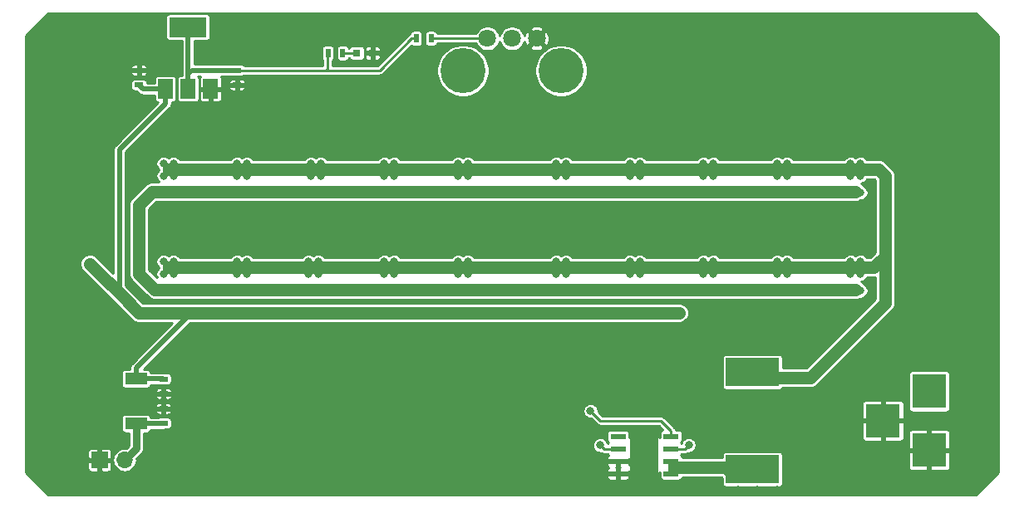
<source format=gbl>
G04 #@! TF.GenerationSoftware,KiCad,Pcbnew,(5.0.0-rc2-117-g8a2639325)*
G04 #@! TF.CreationDate,2018-07-20T00:32:21+10:00*
G04 #@! TF.ProjectId,AR0004-R1,4152303030342D52312E6B696361645F,rev?*
G04 #@! TF.SameCoordinates,Original*
G04 #@! TF.FileFunction,Copper,L2,Bot,Signal*
G04 #@! TF.FilePolarity,Positive*
%FSLAX46Y46*%
G04 Gerber Fmt 4.6, Leading zero omitted, Abs format (unit mm)*
G04 Created by KiCad (PCBNEW (5.0.0-rc2-117-g8a2639325)) date 07/20/18 00:32:21*
%MOMM*%
%LPD*%
G01*
G04 APERTURE LIST*
G04 #@! TA.AperFunction,SMDPad,CuDef*
%ADD10R,0.900000X0.500000*%
G04 #@! TD*
G04 #@! TA.AperFunction,ComponentPad*
%ADD11R,3.500000X3.500000*%
G04 #@! TD*
G04 #@! TA.AperFunction,ComponentPad*
%ADD12O,1.700000X1.700000*%
G04 #@! TD*
G04 #@! TA.AperFunction,ComponentPad*
%ADD13R,1.700000X1.700000*%
G04 #@! TD*
G04 #@! TA.AperFunction,SMDPad,CuDef*
%ADD14R,5.400040X2.900680*%
G04 #@! TD*
G04 #@! TA.AperFunction,SMDPad,CuDef*
%ADD15R,0.500000X0.900000*%
G04 #@! TD*
G04 #@! TA.AperFunction,ComponentPad*
%ADD16C,4.600000*%
G04 #@! TD*
G04 #@! TA.AperFunction,ComponentPad*
%ADD17C,1.800000*%
G04 #@! TD*
G04 #@! TA.AperFunction,SMDPad,CuDef*
%ADD18R,3.050000X2.750000*%
G04 #@! TD*
G04 #@! TA.AperFunction,SMDPad,CuDef*
%ADD19R,6.400000X5.800000*%
G04 #@! TD*
G04 #@! TA.AperFunction,SMDPad,CuDef*
%ADD20R,2.200000X1.200000*%
G04 #@! TD*
G04 #@! TA.AperFunction,ComponentPad*
%ADD21C,5.500000*%
G04 #@! TD*
G04 #@! TA.AperFunction,SMDPad,CuDef*
%ADD22R,1.500000X2.000000*%
G04 #@! TD*
G04 #@! TA.AperFunction,SMDPad,CuDef*
%ADD23R,3.800000X2.000000*%
G04 #@! TD*
G04 #@! TA.AperFunction,SMDPad,CuDef*
%ADD24R,0.800000X0.800000*%
G04 #@! TD*
G04 #@! TA.AperFunction,Conductor*
%ADD25R,2.950000X4.500000*%
G04 #@! TD*
G04 #@! TA.AperFunction,SMDPad,CuDef*
%ADD26R,1.550000X0.600000*%
G04 #@! TD*
G04 #@! TA.AperFunction,SMDPad,CuDef*
%ADD27R,1.200000X1.600000*%
G04 #@! TD*
G04 #@! TA.AperFunction,ViaPad*
%ADD28C,0.600000*%
G04 #@! TD*
G04 #@! TA.AperFunction,ViaPad*
%ADD29C,0.800000*%
G04 #@! TD*
G04 #@! TA.AperFunction,Conductor*
%ADD30C,0.250000*%
G04 #@! TD*
G04 #@! TA.AperFunction,Conductor*
%ADD31C,0.508000*%
G04 #@! TD*
G04 #@! TA.AperFunction,Conductor*
%ADD32C,1.270000*%
G04 #@! TD*
G04 #@! TA.AperFunction,Conductor*
%ADD33C,0.762000*%
G04 #@! TD*
G04 #@! TA.AperFunction,Conductor*
%ADD34C,0.254000*%
G04 #@! TD*
G04 APERTURE END LIST*
D10*
G04 #@! TO.P,C1,2*
G04 #@! TO.N,VCC*
X62000000Y-52750000D03*
G04 #@! TO.P,C1,1*
G04 #@! TO.N,GND*
X62000000Y-51250000D03*
G04 #@! TD*
G04 #@! TO.P,C2,1*
G04 #@! TO.N,+3V3*
X72000000Y-51250000D03*
G04 #@! TO.P,C2,2*
G04 #@! TO.N,GND*
X72000000Y-52750000D03*
G04 #@! TD*
G04 #@! TO.P,C3,2*
G04 #@! TO.N,VCC*
X64500000Y-82750000D03*
G04 #@! TO.P,C3,1*
G04 #@! TO.N,GND*
X64500000Y-84250000D03*
G04 #@! TD*
G04 #@! TO.P,C4,1*
G04 #@! TO.N,+5V*
X64500000Y-87250000D03*
G04 #@! TO.P,C4,2*
G04 #@! TO.N,GND*
X64500000Y-85750000D03*
G04 #@! TD*
D11*
G04 #@! TO.P,J3,3*
G04 #@! TO.N,GND*
X137800000Y-87000000D03*
G04 #@! TO.P,J3,2*
X142500000Y-90000000D03*
G04 #@! TO.P,J3,1*
G04 #@! TO.N,VCC*
X142500000Y-84000000D03*
G04 #@! TD*
D12*
G04 #@! TO.P,J6,2*
G04 #@! TO.N,+5V*
X60540000Y-91000000D03*
D13*
G04 #@! TO.P,J6,1*
G04 #@! TO.N,GND*
X58000000Y-91000000D03*
G04 #@! TD*
D14*
G04 #@! TO.P,L1,1*
G04 #@! TO.N,LED-*
X124500000Y-82049540D03*
G04 #@! TO.P,L1,2*
G04 #@! TO.N,Net-(D11-Pad2)*
X124500000Y-91950460D03*
G04 #@! TD*
D15*
G04 #@! TO.P,R1,1*
G04 #@! TO.N,+3V3*
X90250000Y-48000000D03*
G04 #@! TO.P,R1,2*
G04 #@! TO.N,Net-(R1-Pad2)*
X91750000Y-48000000D03*
G04 #@! TD*
D16*
G04 #@! TO.P,RV1,0*
G04 #@! TO.N,N/C*
X95000000Y-51300000D03*
X105000000Y-51300000D03*
D17*
G04 #@! TO.P,RV1,1*
G04 #@! TO.N,Net-(R1-Pad2)*
X97500000Y-48000000D03*
G04 #@! TO.P,RV1,2*
G04 #@! TO.N,Net-(RV1-Pad2)*
X100000000Y-48000000D03*
G04 #@! TO.P,RV1,3*
G04 #@! TO.N,GND*
X102500000Y-48000000D03*
G04 #@! TD*
D18*
G04 #@! TO.P,U2,2*
G04 #@! TO.N,GND*
X57075000Y-86525000D03*
X53725000Y-83475000D03*
X57075000Y-83475000D03*
X53725000Y-86525000D03*
D19*
X55400000Y-85000000D03*
D20*
G04 #@! TO.P,U2,3*
G04 #@! TO.N,+5V*
X61700000Y-87280000D03*
G04 #@! TO.P,U2,1*
G04 #@! TO.N,VCC*
X61700000Y-82720000D03*
G04 #@! TD*
D21*
G04 #@! TO.P,MK1,1*
G04 #@! TO.N,GND*
X54000000Y-59000000D03*
G04 #@! TD*
G04 #@! TO.P,MK2,1*
G04 #@! TO.N,GND*
X100000000Y-67500000D03*
G04 #@! TD*
G04 #@! TO.P,MK3,1*
G04 #@! TO.N,GND*
X146000000Y-59000000D03*
G04 #@! TD*
G04 #@! TO.P,MK4,1*
G04 #@! TO.N,GND*
X54000000Y-76000000D03*
G04 #@! TD*
G04 #@! TO.P,MK5,1*
G04 #@! TO.N,GND*
X100000000Y-88000000D03*
G04 #@! TD*
G04 #@! TO.P,MK6,1*
G04 #@! TO.N,GND*
X146000000Y-76000000D03*
G04 #@! TD*
D22*
G04 #@! TO.P,U1,1*
G04 #@! TO.N,GND*
X69300000Y-53150000D03*
G04 #@! TO.P,U1,3*
G04 #@! TO.N,VCC*
X64700000Y-53150000D03*
G04 #@! TO.P,U1,2*
G04 #@! TO.N,+3V3*
X67000000Y-53150000D03*
D23*
X67000000Y-46850000D03*
G04 #@! TD*
D24*
G04 #@! TO.P,D22,1*
G04 #@! TO.N,GND*
X85800000Y-49500000D03*
G04 #@! TO.P,D22,2*
G04 #@! TO.N,Net-(D22-Pad2)*
X84200000Y-49500000D03*
G04 #@! TD*
D25*
G04 #@! TO.N,GND*
G04 #@! TO.C,U3*
X113500000Y-90500000D03*
D26*
G04 #@! TD*
G04 #@! TO.P,U3,1*
G04 #@! TO.N,GND*
X110800000Y-92405000D03*
G04 #@! TO.P,U3,2*
G04 #@! TO.N,GND*
X110800000Y-91135000D03*
G04 #@! TO.P,U3,3*
G04 #@! TO.N,LED+*
X110800000Y-89865000D03*
G04 #@! TO.P,U3,4*
G04 #@! TO.N,N/C*
X110800000Y-88595000D03*
G04 #@! TO.P,U3,5*
G04 #@! TO.N,Net-(RV1-Pad2)*
X116200000Y-88595000D03*
G04 #@! TO.P,U3,6*
G04 #@! TO.N,VCC*
X116200000Y-89865000D03*
G04 #@! TO.P,U3,7*
G04 #@! TO.N,Net-(D11-Pad2)*
X116200000Y-91135000D03*
G04 #@! TO.P,U3,8*
X116200000Y-92405000D03*
D27*
G04 #@! TO.P,U3,9*
G04 #@! TO.N,GND*
X114100000Y-89700000D03*
X114100000Y-91300000D03*
X112900000Y-89700000D03*
X112900000Y-91300000D03*
D28*
G04 #@! TD*
G04 #@! TO.N,GND*
G04 #@! TO.C,U3*
X112900000Y-91700000D03*
G04 #@! TO.N,GND*
G04 #@! TO.C,U3*
X112900000Y-90900000D03*
X114100000Y-90900000D03*
X114100000Y-91700000D03*
X112900000Y-89300000D03*
X112900000Y-90100000D03*
X114100000Y-90100000D03*
X114100000Y-89300000D03*
G04 #@! TD*
D15*
G04 #@! TO.P,R5,2*
G04 #@! TO.N,Net-(D22-Pad2)*
X82750000Y-49500000D03*
G04 #@! TO.P,R5,1*
G04 #@! TO.N,+3V3*
X81250000Y-49500000D03*
G04 #@! TD*
D29*
G04 #@! TO.N,VCC*
X57000000Y-71000000D03*
X117000000Y-76000000D03*
X118000000Y-89500000D03*
G04 #@! TO.N,GND*
X51000000Y-62000000D03*
X51000000Y-60000000D03*
X51000000Y-58000000D03*
X51000000Y-56000000D03*
X51000000Y-54000000D03*
X51000000Y-52000000D03*
X51000000Y-50000000D03*
X51000000Y-48000000D03*
X53000000Y-46000000D03*
X55000000Y-46000000D03*
X57000000Y-46000000D03*
X59000000Y-46000000D03*
X61000000Y-46000000D03*
X63000000Y-46000000D03*
X52000000Y-47000000D03*
X149000000Y-62000000D03*
X149000000Y-60000000D03*
X149000000Y-58000000D03*
X149000000Y-56000000D03*
X149000000Y-54000000D03*
X149000000Y-52000000D03*
X149000000Y-50000000D03*
X149000000Y-48000000D03*
X148000000Y-47000000D03*
X147000000Y-46000000D03*
X145000000Y-46000000D03*
X143000000Y-46000000D03*
X141000000Y-46000000D03*
X139000000Y-46000000D03*
X137000000Y-46000000D03*
X135000000Y-46000000D03*
X133000000Y-46000000D03*
X131000000Y-46000000D03*
X129000000Y-46000000D03*
X127000000Y-46000000D03*
X125000000Y-46000000D03*
X123000000Y-46000000D03*
X121000000Y-46000000D03*
X119000000Y-46000000D03*
X117000000Y-46000000D03*
X115000000Y-46000000D03*
X113000000Y-46000000D03*
X111000000Y-46000000D03*
X109000000Y-46000000D03*
X107000000Y-46000000D03*
X105000000Y-46000000D03*
X103000000Y-46000000D03*
X101000000Y-46000000D03*
X99000000Y-46000000D03*
X97000000Y-46000000D03*
X95000000Y-46000000D03*
X93000000Y-46000000D03*
X91000000Y-46000000D03*
X89000000Y-46000000D03*
X87000000Y-46000000D03*
X85000000Y-46000000D03*
X83000000Y-46000000D03*
X81000000Y-46000000D03*
X79000000Y-46000000D03*
X77000000Y-46000000D03*
X149000000Y-67500000D03*
X51000000Y-67500000D03*
X51000000Y-73000000D03*
X51000000Y-75000000D03*
X51000000Y-77000000D03*
X51000000Y-79000000D03*
X51000000Y-81000000D03*
X51000000Y-83000000D03*
X51000000Y-85000000D03*
X51000000Y-87000000D03*
X51000000Y-89000000D03*
X52000000Y-93000000D03*
X53000000Y-94000000D03*
X55000000Y-94000000D03*
X57000000Y-94000000D03*
X59000000Y-94000000D03*
X61000000Y-94000000D03*
X63000000Y-94000000D03*
X65000000Y-94000000D03*
X67000000Y-94000000D03*
X69000000Y-94000000D03*
X71000000Y-94000000D03*
X73000000Y-94000000D03*
X75000000Y-94000000D03*
X77000000Y-94000000D03*
X79000000Y-94000000D03*
X81000000Y-94000000D03*
X83000000Y-94000000D03*
X85000000Y-94000000D03*
X87000000Y-94000000D03*
X89000000Y-94000000D03*
X91000000Y-94000000D03*
X93000000Y-94000000D03*
X95000000Y-94000000D03*
X97000000Y-94000000D03*
X75000000Y-46000000D03*
X73000000Y-46000000D03*
X71000000Y-46000000D03*
X143250000Y-64750000D03*
X56750000Y-64750000D03*
X87000000Y-49500000D03*
X72000000Y-54000000D03*
X64500000Y-85000000D03*
X135500000Y-79750000D03*
X119750000Y-87500000D03*
X149000000Y-81000000D03*
X149000000Y-73000000D03*
X149000000Y-79000000D03*
X149000000Y-85000000D03*
X149000000Y-83000000D03*
X149000000Y-77000000D03*
X149000000Y-89000000D03*
X149000000Y-87000000D03*
X149000000Y-75000000D03*
X149000000Y-92000000D03*
X148000000Y-93000000D03*
X147000000Y-94000000D03*
X145000000Y-94000000D03*
X143000000Y-94000000D03*
X141000000Y-94000000D03*
X139000000Y-94000000D03*
X137000000Y-94000000D03*
X135000000Y-94000000D03*
X133000000Y-94000000D03*
X131000000Y-94000000D03*
X129000000Y-94000000D03*
X127000000Y-94000802D03*
X125000000Y-94000802D03*
X123000000Y-94000802D03*
X121000000Y-94000000D03*
X119000000Y-94000000D03*
X117000000Y-94000000D03*
X115000000Y-94000000D03*
X113000000Y-94000000D03*
X111000000Y-94000000D03*
X109000000Y-94000000D03*
X107000000Y-94000000D03*
X105000000Y-94000000D03*
X103000000Y-94000000D03*
X101000000Y-94000000D03*
X99000000Y-94000000D03*
X51000000Y-92000000D03*
G04 #@! TO.N,Net-(D11-Pad2)*
X126500000Y-92000000D03*
X122500000Y-92000000D03*
X124500000Y-92000000D03*
G04 #@! TO.N,Net-(RV1-Pad2)*
X108000000Y-86000000D03*
G04 #@! TO.N,LED+*
X65500000Y-63750000D03*
X73000000Y-63750000D03*
X72000000Y-63750000D03*
X79500000Y-63750000D03*
X80500000Y-63750000D03*
X88000000Y-63750000D03*
X87000000Y-63750000D03*
X94500000Y-63750000D03*
X95500000Y-63750000D03*
X105500000Y-63750000D03*
X104500000Y-63750000D03*
X135500000Y-63750000D03*
X134500000Y-63750000D03*
X128000000Y-63750000D03*
X127000000Y-63750000D03*
X120500000Y-63750000D03*
X119500000Y-63750000D03*
X112000000Y-63750000D03*
X113000000Y-63750000D03*
X135500000Y-73750000D03*
X134500000Y-73750000D03*
X128000000Y-73750000D03*
X127000000Y-73750000D03*
X120500000Y-73750000D03*
X119500000Y-73750000D03*
X113000000Y-73750000D03*
X112000000Y-73750000D03*
X105500000Y-73750000D03*
X104500000Y-73750000D03*
X95500000Y-73750000D03*
X94500000Y-73750000D03*
X88000000Y-73750000D03*
X87000000Y-73750000D03*
X73000000Y-73750000D03*
X72000000Y-73750000D03*
X65500000Y-73750000D03*
X64500000Y-73750000D03*
X64500000Y-63750000D03*
X109000000Y-89500000D03*
X79250000Y-73750000D03*
X80250000Y-73750000D03*
X100000000Y-63750000D03*
X100000000Y-73630000D03*
G04 #@! TO.N,LED-*
X64500000Y-62000000D03*
X65500000Y-62000000D03*
X65500000Y-60750000D03*
X64500000Y-60750000D03*
X72000000Y-62000000D03*
X73000000Y-62000000D03*
X73000000Y-60750000D03*
X72000000Y-60750000D03*
X79500000Y-62000000D03*
X80500000Y-62000000D03*
X80500000Y-60750000D03*
X79500000Y-60750000D03*
X87000000Y-62000000D03*
X88000000Y-62000000D03*
X88000000Y-60750000D03*
X87000000Y-60750000D03*
X94500000Y-60750000D03*
X95500000Y-60750000D03*
X95500000Y-62000000D03*
X94500000Y-62000000D03*
X105500000Y-62000000D03*
X104500000Y-62000000D03*
X104500000Y-60750000D03*
X105500000Y-60750000D03*
X112000000Y-62000000D03*
X113000000Y-62000000D03*
X113000000Y-60750000D03*
X112000000Y-60750000D03*
X120500000Y-62000000D03*
X119500000Y-62000000D03*
X119500000Y-60750000D03*
X120500000Y-60750000D03*
X127000000Y-60750000D03*
X127000000Y-62000000D03*
X128000000Y-62000000D03*
X128000000Y-60750000D03*
X134500000Y-60750000D03*
X134500000Y-62000000D03*
X135500000Y-62000000D03*
X135500000Y-60750000D03*
X134500000Y-72000000D03*
X135500000Y-72000000D03*
X135500000Y-70750000D03*
X134500000Y-70750000D03*
X127000000Y-72000000D03*
X128000000Y-72000000D03*
X128000000Y-70750000D03*
X127000000Y-70750000D03*
X119500000Y-72000000D03*
X120500000Y-72000000D03*
X120500000Y-70750000D03*
X119500000Y-70750000D03*
X113000000Y-70750000D03*
X112000000Y-70750000D03*
X112000000Y-72000000D03*
X113000000Y-72000000D03*
X104500000Y-72000000D03*
X105500000Y-72000000D03*
X105500000Y-70750000D03*
X104500000Y-70750000D03*
X94500000Y-72000000D03*
X95500000Y-72000000D03*
X95500000Y-70750000D03*
X94500000Y-70750000D03*
X87000000Y-72000000D03*
X88000000Y-72000000D03*
X88000000Y-70750000D03*
X87000000Y-70750000D03*
X79250000Y-72000000D03*
X80250000Y-72000000D03*
X80250000Y-70750000D03*
X79250000Y-70750000D03*
X72000000Y-70750000D03*
X73000000Y-70750000D03*
X73000000Y-72000000D03*
X72000000Y-72000000D03*
X64500000Y-72000000D03*
X65500000Y-72000000D03*
X65500000Y-70750000D03*
X64500000Y-70750000D03*
X122500000Y-82500000D03*
X126500000Y-82500000D03*
X124500000Y-82500000D03*
X100000000Y-61370000D03*
X100000000Y-71250000D03*
G04 #@! TD*
D30*
G04 #@! TO.N,VCC*
X116200000Y-89865000D02*
X117635000Y-89865000D01*
X117635000Y-89865000D02*
X118000000Y-89500000D01*
D31*
X64470000Y-82720000D02*
X64500000Y-82750000D01*
X61700000Y-82720000D02*
X64470000Y-82720000D01*
X67312000Y-76000000D02*
X68500000Y-76000000D01*
X61700000Y-81612000D02*
X67312000Y-76000000D01*
X61700000Y-82720000D02*
X61700000Y-81612000D01*
D32*
X62000000Y-76000000D02*
X68500000Y-76000000D01*
X68500000Y-76000000D02*
X109000000Y-76000000D01*
D31*
X64700000Y-54658000D02*
X64700000Y-53150000D01*
X60000000Y-59358000D02*
X64700000Y-54658000D01*
X60000000Y-74000000D02*
X60000000Y-59358000D01*
D32*
X60000000Y-74000000D02*
X62000000Y-76000000D01*
D31*
X62400000Y-53150000D02*
X62000000Y-52750000D01*
X64700000Y-53150000D02*
X62400000Y-53150000D01*
D32*
X115500000Y-76000000D02*
X109000000Y-76000000D01*
X58000000Y-72000000D02*
X60000000Y-74000000D01*
X58000000Y-72000000D02*
X57000000Y-71000000D01*
X115500000Y-76000000D02*
X117000000Y-76000000D01*
D30*
G04 #@! TO.N,GND*
X51000000Y-62000000D02*
X51000000Y-60000000D01*
X51000000Y-58000000D02*
X51000000Y-56000000D01*
X51000000Y-54000000D02*
X51000000Y-52000000D01*
X51000000Y-50000000D02*
X51000000Y-48000000D01*
X53000000Y-46000000D02*
X55000000Y-46000000D01*
X57000000Y-46000000D02*
X59000000Y-46000000D01*
X61000000Y-46000000D02*
X63000000Y-46000000D01*
X149000000Y-62000000D02*
X149000000Y-60000000D01*
X149000000Y-58000000D02*
X149000000Y-56000000D01*
X149000000Y-54000000D02*
X149000000Y-52000000D01*
X149000000Y-50000000D02*
X149000000Y-48000000D01*
X147000000Y-46000000D02*
X145000000Y-46000000D01*
X143000000Y-46000000D02*
X141000000Y-46000000D01*
X139000000Y-46000000D02*
X137000000Y-46000000D01*
X135000000Y-46000000D02*
X133000000Y-46000000D01*
X131000000Y-46000000D02*
X129000000Y-46000000D01*
X127000000Y-46000000D02*
X125000000Y-46000000D01*
X123000000Y-46000000D02*
X121000000Y-46000000D01*
X119000000Y-46000000D02*
X117000000Y-46000000D01*
X115000000Y-46000000D02*
X113000000Y-46000000D01*
X111000000Y-46000000D02*
X109000000Y-46000000D01*
X107000000Y-46000000D02*
X105000000Y-46000000D01*
X103000000Y-46000000D02*
X101000000Y-46000000D01*
X99000000Y-46000000D02*
X97000000Y-46000000D01*
X95000000Y-46000000D02*
X93000000Y-46000000D01*
X91000000Y-46000000D02*
X89000000Y-46000000D01*
X89000000Y-46000000D02*
X87000000Y-46000000D01*
X85000000Y-46000000D02*
X83000000Y-46000000D01*
X81000000Y-46000000D02*
X79000000Y-46000000D01*
X51000000Y-73000000D02*
X51000000Y-75000000D01*
X51000000Y-77000000D02*
X51000000Y-79000000D01*
X51000000Y-81000000D02*
X51000000Y-83000000D01*
X51000000Y-85000000D02*
X51000000Y-87000000D01*
X52000000Y-93000000D02*
X53000000Y-94000000D01*
X55000000Y-94000000D02*
X57000000Y-94000000D01*
X59000000Y-94000000D02*
X61000000Y-94000000D01*
X63000000Y-94000000D02*
X65000000Y-94000000D01*
X67000000Y-94000000D02*
X69000000Y-94000000D01*
X71000000Y-94000000D02*
X73000000Y-94000000D01*
X75000000Y-94000000D02*
X77000000Y-94000000D01*
X79000000Y-94000000D02*
X81000000Y-94000000D01*
X83000000Y-94000000D02*
X85000000Y-94000000D01*
X87000000Y-94000000D02*
X89000000Y-94000000D01*
X91000000Y-94000000D02*
X93000000Y-94000000D01*
X95000000Y-94000000D02*
X97000000Y-94000000D01*
X77000000Y-46000000D02*
X75000000Y-46000000D01*
X73000000Y-46000000D02*
X71000000Y-46000000D01*
X85800000Y-49500000D02*
X87000000Y-49500000D01*
X72000000Y-52750000D02*
X72000000Y-54000000D01*
X64500000Y-84250000D02*
X64500000Y-85000000D01*
X149000000Y-79000000D02*
X149000000Y-81000000D01*
X149000000Y-83000000D02*
X149000000Y-85000000D01*
X149000000Y-87000000D02*
X149000000Y-89000000D01*
X149000000Y-75000000D02*
X149000000Y-77000000D01*
X146000000Y-76000000D02*
X149000000Y-73000000D01*
X149000000Y-92000000D02*
X148000000Y-93000000D01*
X147000000Y-94000000D02*
X145000000Y-94000000D01*
X145000000Y-94000000D02*
X143000000Y-94000000D01*
X141000000Y-94000000D02*
X139000000Y-94000000D01*
X137000000Y-94000000D02*
X135000000Y-94000000D01*
X133000000Y-94000000D02*
X131000000Y-94000000D01*
X129000000Y-94000000D02*
X127000802Y-94000000D01*
X127000802Y-94000000D02*
X127000000Y-94000802D01*
X125000000Y-94000802D02*
X123000000Y-94000802D01*
X121000000Y-94000000D02*
X119000000Y-94000000D01*
X117000000Y-94000000D02*
X115000000Y-94000000D01*
X113000000Y-94000000D02*
X111000000Y-94000000D01*
X109000000Y-94000000D02*
X107000000Y-94000000D01*
X105000000Y-94000000D02*
X103000000Y-94000000D01*
X101000000Y-94000000D02*
X99000000Y-94000000D01*
D31*
G04 #@! TO.N,+3V3*
X67000000Y-51642000D02*
X67000000Y-53150000D01*
X67392000Y-51250000D02*
X67000000Y-51642000D01*
X72000000Y-51250000D02*
X67392000Y-51250000D01*
X67000000Y-46850000D02*
X67000000Y-51642000D01*
D30*
X72700000Y-51250000D02*
X72000000Y-51250000D01*
X89750000Y-48000000D02*
X86500000Y-51250000D01*
X90250000Y-48000000D02*
X89750000Y-48000000D01*
X73000000Y-51250000D02*
X72700000Y-51250000D01*
X81200000Y-51050000D02*
X81000000Y-51250000D01*
X81200000Y-49500000D02*
X81200000Y-51050000D01*
X86500000Y-51250000D02*
X81000000Y-51250000D01*
X81000000Y-51250000D02*
X73000000Y-51250000D01*
D31*
G04 #@! TO.N,+5V*
X64470000Y-87280000D02*
X64500000Y-87250000D01*
X61700000Y-87280000D02*
X64470000Y-87280000D01*
D33*
X61700000Y-89840000D02*
X60540000Y-91000000D01*
X61700000Y-87280000D02*
X61700000Y-89840000D01*
D31*
G04 #@! TO.N,Net-(D11-Pad2)*
X116200000Y-92405000D02*
X116200000Y-91135000D01*
D32*
X124500000Y-92500000D02*
X122500000Y-92500000D01*
X122500000Y-92500000D02*
X121750000Y-91750000D01*
X121750000Y-91750000D02*
X116750000Y-91750000D01*
D30*
G04 #@! TO.N,Net-(D22-Pad2)*
X82800000Y-49500000D02*
X84200000Y-49500000D01*
G04 #@! TO.N,Net-(R1-Pad2)*
X97500000Y-48000000D02*
X91750000Y-48000000D01*
G04 #@! TO.N,Net-(RV1-Pad2)*
X108000000Y-86000000D02*
X109000000Y-87000000D01*
X116200000Y-88045000D02*
X116200000Y-88595000D01*
X115155000Y-87000000D02*
X116200000Y-88045000D01*
X109000000Y-87000000D02*
X115155000Y-87000000D01*
D32*
G04 #@! TO.N,LED+*
X65000000Y-73630000D02*
X135000000Y-73630000D01*
X63630000Y-73630000D02*
X65000000Y-73630000D01*
X62000000Y-72000000D02*
X63630000Y-73630000D01*
X62000000Y-65000000D02*
X62000000Y-72000000D01*
X135000000Y-63630000D02*
X63370000Y-63630000D01*
X63370000Y-63630000D02*
X62000000Y-65000000D01*
D30*
X110800000Y-89865000D02*
X109365000Y-89865000D01*
X109365000Y-89865000D02*
X109000000Y-89500000D01*
D32*
G04 #@! TO.N,LED-*
X66120000Y-71370000D02*
X65000000Y-71370000D01*
X136870000Y-71370000D02*
X66120000Y-71370000D01*
X138000000Y-70240000D02*
X136870000Y-71370000D01*
X138000000Y-62000000D02*
X138000000Y-70240000D01*
X65000000Y-61370000D02*
X137370000Y-61370000D01*
X137370000Y-61370000D02*
X138000000Y-62000000D01*
X138000000Y-70240000D02*
X138000000Y-75000000D01*
X130400920Y-82599080D02*
X124500000Y-82599080D01*
X138000000Y-75000000D02*
X130400920Y-82599080D01*
G04 #@! TD*
D34*
G04 #@! TO.N,GND*
G36*
X149544001Y-47724238D02*
X149544000Y-92275763D01*
X147275764Y-94544000D01*
X52724237Y-94544000D01*
X50807487Y-92627250D01*
X109644000Y-92627250D01*
X109644000Y-92742525D01*
X109658642Y-92816134D01*
X109687362Y-92885471D01*
X109729058Y-92947874D01*
X109782127Y-93000942D01*
X109844529Y-93042638D01*
X109913867Y-93071358D01*
X109987475Y-93086000D01*
X110577750Y-93086000D01*
X110673000Y-92990750D01*
X110673000Y-92532000D01*
X110927000Y-92532000D01*
X110927000Y-92990750D01*
X111022250Y-93086000D01*
X111612525Y-93086000D01*
X111686133Y-93071358D01*
X111755471Y-93042638D01*
X111817873Y-93000942D01*
X111870942Y-92947874D01*
X111912638Y-92885471D01*
X111941358Y-92816134D01*
X111956000Y-92742525D01*
X111956000Y-92627250D01*
X111860750Y-92532000D01*
X110927000Y-92532000D01*
X110673000Y-92532000D01*
X109739250Y-92532000D01*
X109644000Y-92627250D01*
X50807487Y-92627250D01*
X50456000Y-92275764D01*
X50456000Y-91222250D01*
X56769000Y-91222250D01*
X56769000Y-91887525D01*
X56783642Y-91961133D01*
X56812362Y-92030471D01*
X56854058Y-92092873D01*
X56907126Y-92145942D01*
X56969529Y-92187638D01*
X57038866Y-92216358D01*
X57112475Y-92231000D01*
X57777750Y-92231000D01*
X57873000Y-92135750D01*
X57873000Y-91127000D01*
X58127000Y-91127000D01*
X58127000Y-92135750D01*
X58222250Y-92231000D01*
X58887525Y-92231000D01*
X58961134Y-92216358D01*
X59030471Y-92187638D01*
X59092874Y-92145942D01*
X59145942Y-92092873D01*
X59187638Y-92030471D01*
X59216358Y-91961133D01*
X59231000Y-91887525D01*
X59231000Y-91222250D01*
X59135750Y-91127000D01*
X58127000Y-91127000D01*
X57873000Y-91127000D01*
X56864250Y-91127000D01*
X56769000Y-91222250D01*
X50456000Y-91222250D01*
X50456000Y-91000000D01*
X59303044Y-91000000D01*
X59326812Y-91241318D01*
X59397202Y-91473363D01*
X59511509Y-91687216D01*
X59665340Y-91874660D01*
X59852784Y-92028491D01*
X60066637Y-92142798D01*
X60298682Y-92213188D01*
X60479528Y-92231000D01*
X60600472Y-92231000D01*
X60781318Y-92213188D01*
X61013363Y-92142798D01*
X61227216Y-92028491D01*
X61414660Y-91874660D01*
X61568491Y-91687216D01*
X61682798Y-91473363D01*
X61718020Y-91357250D01*
X109644000Y-91357250D01*
X109644000Y-91472525D01*
X109658642Y-91546134D01*
X109687362Y-91615471D01*
X109729058Y-91677874D01*
X109782127Y-91730942D01*
X109840581Y-91770000D01*
X109782127Y-91809058D01*
X109729058Y-91862126D01*
X109687362Y-91924529D01*
X109658642Y-91993866D01*
X109644000Y-92067475D01*
X109644000Y-92182750D01*
X109739250Y-92278000D01*
X110673000Y-92278000D01*
X110673000Y-91819250D01*
X110623750Y-91770000D01*
X110673000Y-91720750D01*
X110673000Y-91262000D01*
X109739250Y-91262000D01*
X109644000Y-91357250D01*
X61718020Y-91357250D01*
X61753188Y-91241318D01*
X61776956Y-91000000D01*
X61762671Y-90854959D01*
X62212346Y-90405284D01*
X62241422Y-90381422D01*
X62318564Y-90287424D01*
X62336645Y-90265393D01*
X62381327Y-90181798D01*
X62407402Y-90133015D01*
X62450974Y-89989378D01*
X62462000Y-89877426D01*
X62462000Y-89877423D01*
X62465686Y-89840000D01*
X62462000Y-89802577D01*
X62462000Y-88262843D01*
X62800000Y-88262843D01*
X62874689Y-88255487D01*
X62946508Y-88233701D01*
X63012696Y-88198322D01*
X63070711Y-88150711D01*
X63118322Y-88092696D01*
X63153701Y-88026508D01*
X63175487Y-87954689D01*
X63179396Y-87915000D01*
X64438819Y-87915000D01*
X64470000Y-87918071D01*
X64501181Y-87915000D01*
X64501192Y-87915000D01*
X64594482Y-87905812D01*
X64670201Y-87882843D01*
X64950000Y-87882843D01*
X65024689Y-87875487D01*
X65096508Y-87853701D01*
X65162696Y-87818322D01*
X65220711Y-87770711D01*
X65268322Y-87712696D01*
X65303701Y-87646508D01*
X65325487Y-87574689D01*
X65332843Y-87500000D01*
X65332843Y-87000000D01*
X65325487Y-86925311D01*
X65303701Y-86853492D01*
X65268322Y-86787304D01*
X65220711Y-86729289D01*
X65162696Y-86681678D01*
X65096508Y-86646299D01*
X65024689Y-86624513D01*
X64950000Y-86617157D01*
X64553081Y-86617157D01*
X64499999Y-86611929D01*
X64446917Y-86617157D01*
X64050000Y-86617157D01*
X63975311Y-86624513D01*
X63907774Y-86645000D01*
X63179396Y-86645000D01*
X63175487Y-86605311D01*
X63153701Y-86533492D01*
X63118322Y-86467304D01*
X63070711Y-86409289D01*
X63012696Y-86361678D01*
X62946508Y-86326299D01*
X62874689Y-86304513D01*
X62800000Y-86297157D01*
X60600000Y-86297157D01*
X60525311Y-86304513D01*
X60453492Y-86326299D01*
X60387304Y-86361678D01*
X60329289Y-86409289D01*
X60281678Y-86467304D01*
X60246299Y-86533492D01*
X60224513Y-86605311D01*
X60217157Y-86680000D01*
X60217157Y-87880000D01*
X60224513Y-87954689D01*
X60246299Y-88026508D01*
X60281678Y-88092696D01*
X60329289Y-88150711D01*
X60387304Y-88198322D01*
X60453492Y-88233701D01*
X60525311Y-88255487D01*
X60600000Y-88262843D01*
X60938000Y-88262843D01*
X60938001Y-89524369D01*
X60685041Y-89777329D01*
X60600472Y-89769000D01*
X60479528Y-89769000D01*
X60298682Y-89786812D01*
X60066637Y-89857202D01*
X59852784Y-89971509D01*
X59665340Y-90125340D01*
X59511509Y-90312784D01*
X59397202Y-90526637D01*
X59326812Y-90758682D01*
X59303044Y-91000000D01*
X50456000Y-91000000D01*
X50456000Y-90112475D01*
X56769000Y-90112475D01*
X56769000Y-90777750D01*
X56864250Y-90873000D01*
X57873000Y-90873000D01*
X57873000Y-89864250D01*
X58127000Y-89864250D01*
X58127000Y-90873000D01*
X59135750Y-90873000D01*
X59231000Y-90777750D01*
X59231000Y-90112475D01*
X59216358Y-90038867D01*
X59187638Y-89969529D01*
X59145942Y-89907127D01*
X59092874Y-89854058D01*
X59030471Y-89812362D01*
X58961134Y-89783642D01*
X58887525Y-89769000D01*
X58222250Y-89769000D01*
X58127000Y-89864250D01*
X57873000Y-89864250D01*
X57777750Y-89769000D01*
X57112475Y-89769000D01*
X57038866Y-89783642D01*
X56969529Y-89812362D01*
X56907126Y-89854058D01*
X56854058Y-89907127D01*
X56812362Y-89969529D01*
X56783642Y-90038867D01*
X56769000Y-90112475D01*
X50456000Y-90112475D01*
X50456000Y-85970250D01*
X63669000Y-85970250D01*
X63669000Y-86037525D01*
X63683642Y-86111133D01*
X63712362Y-86180471D01*
X63754058Y-86242873D01*
X63807126Y-86295942D01*
X63869529Y-86337638D01*
X63938866Y-86366358D01*
X64012475Y-86381000D01*
X64277750Y-86381000D01*
X64373000Y-86285750D01*
X64373000Y-85875000D01*
X64627000Y-85875000D01*
X64627000Y-86285750D01*
X64722250Y-86381000D01*
X64987525Y-86381000D01*
X65061134Y-86366358D01*
X65130471Y-86337638D01*
X65192874Y-86295942D01*
X65245942Y-86242873D01*
X65287638Y-86180471D01*
X65316358Y-86111133D01*
X65331000Y-86037525D01*
X65331000Y-85970250D01*
X65283828Y-85923078D01*
X107219000Y-85923078D01*
X107219000Y-86076922D01*
X107249013Y-86227809D01*
X107307887Y-86369942D01*
X107393358Y-86497859D01*
X107502141Y-86606642D01*
X107630058Y-86692113D01*
X107772191Y-86750987D01*
X107923078Y-86781000D01*
X108065409Y-86781000D01*
X108624628Y-87340220D01*
X108640473Y-87359527D01*
X108717521Y-87422759D01*
X108805425Y-87469745D01*
X108900807Y-87498678D01*
X109000000Y-87508448D01*
X109024854Y-87506000D01*
X114945409Y-87506000D01*
X115358149Y-87918741D01*
X115350311Y-87919513D01*
X115278492Y-87941299D01*
X115212304Y-87976678D01*
X115154289Y-88024289D01*
X115106678Y-88082304D01*
X115071299Y-88148492D01*
X115049513Y-88220311D01*
X115042157Y-88295000D01*
X115042157Y-88730439D01*
X115037638Y-88719529D01*
X114995942Y-88657126D01*
X114942873Y-88604058D01*
X114880471Y-88562362D01*
X114811133Y-88533642D01*
X114737525Y-88519000D01*
X114322250Y-88519000D01*
X114227000Y-88614250D01*
X114227000Y-88630384D01*
X114133479Y-88616525D01*
X113999496Y-88623126D01*
X113973000Y-88629767D01*
X113973000Y-88614250D01*
X113877750Y-88519000D01*
X113122250Y-88519000D01*
X113027000Y-88614250D01*
X113027000Y-88630384D01*
X112933479Y-88616525D01*
X112799496Y-88623126D01*
X112773000Y-88629767D01*
X112773000Y-88614250D01*
X112677750Y-88519000D01*
X112262475Y-88519000D01*
X112188867Y-88533642D01*
X112119529Y-88562362D01*
X112057127Y-88604058D01*
X112004058Y-88657126D01*
X111962362Y-88719529D01*
X111957843Y-88730439D01*
X111957843Y-88295000D01*
X111950487Y-88220311D01*
X111928701Y-88148492D01*
X111893322Y-88082304D01*
X111845711Y-88024289D01*
X111787696Y-87976678D01*
X111721508Y-87941299D01*
X111649689Y-87919513D01*
X111575000Y-87912157D01*
X110025000Y-87912157D01*
X109950311Y-87919513D01*
X109878492Y-87941299D01*
X109812304Y-87976678D01*
X109754289Y-88024289D01*
X109706678Y-88082304D01*
X109671299Y-88148492D01*
X109649513Y-88220311D01*
X109642157Y-88295000D01*
X109642157Y-88895000D01*
X109649513Y-88969689D01*
X109671299Y-89041508D01*
X109706678Y-89107696D01*
X109754289Y-89165711D01*
X109812304Y-89213322D01*
X109843506Y-89230000D01*
X109812304Y-89246678D01*
X109755229Y-89293518D01*
X109750987Y-89272191D01*
X109692113Y-89130058D01*
X109606642Y-89002141D01*
X109497859Y-88893358D01*
X109369942Y-88807887D01*
X109227809Y-88749013D01*
X109076922Y-88719000D01*
X108923078Y-88719000D01*
X108772191Y-88749013D01*
X108630058Y-88807887D01*
X108502141Y-88893358D01*
X108393358Y-89002141D01*
X108307887Y-89130058D01*
X108249013Y-89272191D01*
X108219000Y-89423078D01*
X108219000Y-89576922D01*
X108249013Y-89727809D01*
X108307887Y-89869942D01*
X108393358Y-89997859D01*
X108502141Y-90106642D01*
X108630058Y-90192113D01*
X108772191Y-90250987D01*
X108923078Y-90281000D01*
X109074285Y-90281000D01*
X109082521Y-90287759D01*
X109170425Y-90334745D01*
X109265807Y-90363678D01*
X109340146Y-90371000D01*
X109340154Y-90371000D01*
X109365000Y-90373447D01*
X109389846Y-90371000D01*
X109703099Y-90371000D01*
X109706678Y-90377696D01*
X109754289Y-90435711D01*
X109812304Y-90483322D01*
X109841881Y-90499131D01*
X109782127Y-90539058D01*
X109729058Y-90592126D01*
X109687362Y-90654529D01*
X109658642Y-90723866D01*
X109644000Y-90797475D01*
X109644000Y-90912750D01*
X109739250Y-91008000D01*
X110673000Y-91008000D01*
X110673000Y-90988000D01*
X110927000Y-90988000D01*
X110927000Y-91008000D01*
X111860750Y-91008000D01*
X111919000Y-90949750D01*
X111919000Y-91077750D01*
X112014250Y-91173000D01*
X112273292Y-91173000D01*
X112281363Y-91192486D01*
X112403476Y-91216919D01*
X112447395Y-91173000D01*
X112589179Y-91173000D01*
X112583081Y-91203476D01*
X112679605Y-91300000D01*
X112583081Y-91396524D01*
X112589179Y-91427000D01*
X112447395Y-91427000D01*
X112403476Y-91383081D01*
X112281363Y-91407514D01*
X112274394Y-91427000D01*
X112014250Y-91427000D01*
X111952840Y-91488410D01*
X111956000Y-91472525D01*
X111956000Y-91357250D01*
X111860750Y-91262000D01*
X110927000Y-91262000D01*
X110927000Y-91720750D01*
X110976250Y-91770000D01*
X110927000Y-91819250D01*
X110927000Y-92278000D01*
X111860750Y-92278000D01*
X111932642Y-92206108D01*
X111933642Y-92211134D01*
X111962362Y-92280471D01*
X112004058Y-92342874D01*
X112057127Y-92395942D01*
X112119529Y-92437638D01*
X112188867Y-92466358D01*
X112262475Y-92481000D01*
X112677750Y-92481000D01*
X112773000Y-92385750D01*
X112773000Y-92369616D01*
X112866521Y-92383475D01*
X113000504Y-92376874D01*
X113027000Y-92370233D01*
X113027000Y-92385750D01*
X113122250Y-92481000D01*
X113877750Y-92481000D01*
X113973000Y-92385750D01*
X113973000Y-92369616D01*
X114066521Y-92383475D01*
X114200504Y-92376874D01*
X114227000Y-92370233D01*
X114227000Y-92385750D01*
X114322250Y-92481000D01*
X114737525Y-92481000D01*
X114811133Y-92466358D01*
X114880471Y-92437638D01*
X114942873Y-92395942D01*
X114995942Y-92342874D01*
X115037638Y-92280471D01*
X115042157Y-92269561D01*
X115042157Y-92705000D01*
X115049513Y-92779689D01*
X115071299Y-92851508D01*
X115106678Y-92917696D01*
X115154289Y-92975711D01*
X115212304Y-93023322D01*
X115278492Y-93058701D01*
X115350311Y-93080487D01*
X115425000Y-93087843D01*
X116975000Y-93087843D01*
X117049689Y-93080487D01*
X117121508Y-93058701D01*
X117187696Y-93023322D01*
X117245711Y-92975711D01*
X117293322Y-92917696D01*
X117328701Y-92851508D01*
X117350487Y-92779689D01*
X117351835Y-92766000D01*
X121329160Y-92766000D01*
X121417137Y-92853978D01*
X121417137Y-93400800D01*
X121424493Y-93475489D01*
X121446279Y-93547308D01*
X121481658Y-93613496D01*
X121529269Y-93671511D01*
X121587284Y-93719122D01*
X121653472Y-93754501D01*
X121725291Y-93776287D01*
X121799980Y-93783643D01*
X127200020Y-93783643D01*
X127274709Y-93776287D01*
X127346528Y-93754501D01*
X127412716Y-93719122D01*
X127470731Y-93671511D01*
X127518342Y-93613496D01*
X127553721Y-93547308D01*
X127575507Y-93475489D01*
X127582863Y-93400800D01*
X127582863Y-90500120D01*
X127575507Y-90425431D01*
X127553721Y-90353612D01*
X127518342Y-90287424D01*
X127470731Y-90229409D01*
X127462008Y-90222250D01*
X140369000Y-90222250D01*
X140369000Y-91787525D01*
X140383642Y-91861133D01*
X140412362Y-91930471D01*
X140454058Y-91992873D01*
X140507126Y-92045942D01*
X140569529Y-92087638D01*
X140638866Y-92116358D01*
X140712475Y-92131000D01*
X142277750Y-92131000D01*
X142373000Y-92035750D01*
X142373000Y-90127000D01*
X142627000Y-90127000D01*
X142627000Y-92035750D01*
X142722250Y-92131000D01*
X144287525Y-92131000D01*
X144361134Y-92116358D01*
X144430471Y-92087638D01*
X144492874Y-92045942D01*
X144545942Y-91992873D01*
X144587638Y-91930471D01*
X144616358Y-91861133D01*
X144631000Y-91787525D01*
X144631000Y-90222250D01*
X144535750Y-90127000D01*
X142627000Y-90127000D01*
X142373000Y-90127000D01*
X140464250Y-90127000D01*
X140369000Y-90222250D01*
X127462008Y-90222250D01*
X127412716Y-90181798D01*
X127346528Y-90146419D01*
X127274709Y-90124633D01*
X127200020Y-90117277D01*
X121799980Y-90117277D01*
X121725291Y-90124633D01*
X121653472Y-90146419D01*
X121587284Y-90181798D01*
X121529269Y-90229409D01*
X121481658Y-90287424D01*
X121446279Y-90353612D01*
X121424493Y-90425431D01*
X121417137Y-90500120D01*
X121417137Y-90734000D01*
X117342506Y-90734000D01*
X117328701Y-90688492D01*
X117293322Y-90622304D01*
X117245711Y-90564289D01*
X117187696Y-90516678D01*
X117156494Y-90500000D01*
X117187696Y-90483322D01*
X117245711Y-90435711D01*
X117293322Y-90377696D01*
X117296901Y-90371000D01*
X117610154Y-90371000D01*
X117635000Y-90373447D01*
X117659846Y-90371000D01*
X117659854Y-90371000D01*
X117734193Y-90363678D01*
X117829575Y-90334745D01*
X117917479Y-90287759D01*
X117925715Y-90281000D01*
X118076922Y-90281000D01*
X118227809Y-90250987D01*
X118369942Y-90192113D01*
X118497859Y-90106642D01*
X118606642Y-89997859D01*
X118692113Y-89869942D01*
X118750987Y-89727809D01*
X118781000Y-89576922D01*
X118781000Y-89423078D01*
X118750987Y-89272191D01*
X118692113Y-89130058D01*
X118606642Y-89002141D01*
X118497859Y-88893358D01*
X118369942Y-88807887D01*
X118227809Y-88749013D01*
X118076922Y-88719000D01*
X117923078Y-88719000D01*
X117772191Y-88749013D01*
X117630058Y-88807887D01*
X117502141Y-88893358D01*
X117393358Y-89002141D01*
X117307887Y-89130058D01*
X117249013Y-89272191D01*
X117244771Y-89293518D01*
X117187696Y-89246678D01*
X117156494Y-89230000D01*
X117187696Y-89213322D01*
X117245711Y-89165711D01*
X117293322Y-89107696D01*
X117328701Y-89041508D01*
X117350487Y-88969689D01*
X117357843Y-88895000D01*
X117357843Y-88295000D01*
X117350487Y-88220311D01*
X117328701Y-88148492D01*
X117293322Y-88082304D01*
X117245711Y-88024289D01*
X117187696Y-87976678D01*
X117121508Y-87941299D01*
X117049689Y-87919513D01*
X116975000Y-87912157D01*
X116688471Y-87912157D01*
X116669745Y-87850425D01*
X116622759Y-87762521D01*
X116559527Y-87685473D01*
X116540220Y-87669628D01*
X116092842Y-87222250D01*
X135669000Y-87222250D01*
X135669000Y-88787525D01*
X135683642Y-88861133D01*
X135712362Y-88930471D01*
X135754058Y-88992873D01*
X135807126Y-89045942D01*
X135869529Y-89087638D01*
X135938866Y-89116358D01*
X136012475Y-89131000D01*
X137577750Y-89131000D01*
X137673000Y-89035750D01*
X137673000Y-87127000D01*
X137927000Y-87127000D01*
X137927000Y-89035750D01*
X138022250Y-89131000D01*
X139587525Y-89131000D01*
X139661134Y-89116358D01*
X139730471Y-89087638D01*
X139792874Y-89045942D01*
X139845942Y-88992873D01*
X139887638Y-88930471D01*
X139916358Y-88861133D01*
X139931000Y-88787525D01*
X139931000Y-88212475D01*
X140369000Y-88212475D01*
X140369000Y-89777750D01*
X140464250Y-89873000D01*
X142373000Y-89873000D01*
X142373000Y-87964250D01*
X142627000Y-87964250D01*
X142627000Y-89873000D01*
X144535750Y-89873000D01*
X144631000Y-89777750D01*
X144631000Y-88212475D01*
X144616358Y-88138867D01*
X144587638Y-88069529D01*
X144545942Y-88007127D01*
X144492874Y-87954058D01*
X144430471Y-87912362D01*
X144361134Y-87883642D01*
X144287525Y-87869000D01*
X142722250Y-87869000D01*
X142627000Y-87964250D01*
X142373000Y-87964250D01*
X142277750Y-87869000D01*
X140712475Y-87869000D01*
X140638866Y-87883642D01*
X140569529Y-87912362D01*
X140507126Y-87954058D01*
X140454058Y-88007127D01*
X140412362Y-88069529D01*
X140383642Y-88138867D01*
X140369000Y-88212475D01*
X139931000Y-88212475D01*
X139931000Y-87222250D01*
X139835750Y-87127000D01*
X137927000Y-87127000D01*
X137673000Y-87127000D01*
X135764250Y-87127000D01*
X135669000Y-87222250D01*
X116092842Y-87222250D01*
X115530376Y-86659785D01*
X115514527Y-86640473D01*
X115437479Y-86577241D01*
X115349575Y-86530255D01*
X115254193Y-86501322D01*
X115179854Y-86494000D01*
X115179846Y-86494000D01*
X115155000Y-86491553D01*
X115130154Y-86494000D01*
X109209592Y-86494000D01*
X108781000Y-86065409D01*
X108781000Y-85923078D01*
X108750987Y-85772191D01*
X108692113Y-85630058D01*
X108606642Y-85502141D01*
X108497859Y-85393358D01*
X108369942Y-85307887D01*
X108227809Y-85249013D01*
X108076922Y-85219000D01*
X107923078Y-85219000D01*
X107772191Y-85249013D01*
X107630058Y-85307887D01*
X107502141Y-85393358D01*
X107393358Y-85502141D01*
X107307887Y-85630058D01*
X107249013Y-85772191D01*
X107219000Y-85923078D01*
X65283828Y-85923078D01*
X65235750Y-85875000D01*
X64627000Y-85875000D01*
X64373000Y-85875000D01*
X63764250Y-85875000D01*
X63669000Y-85970250D01*
X50456000Y-85970250D01*
X50456000Y-85462475D01*
X63669000Y-85462475D01*
X63669000Y-85529750D01*
X63764250Y-85625000D01*
X64373000Y-85625000D01*
X64373000Y-85214250D01*
X64627000Y-85214250D01*
X64627000Y-85625000D01*
X65235750Y-85625000D01*
X65331000Y-85529750D01*
X65331000Y-85462475D01*
X65316358Y-85388867D01*
X65287638Y-85319529D01*
X65245942Y-85257127D01*
X65201291Y-85212475D01*
X135669000Y-85212475D01*
X135669000Y-86777750D01*
X135764250Y-86873000D01*
X137673000Y-86873000D01*
X137673000Y-84964250D01*
X137927000Y-84964250D01*
X137927000Y-86873000D01*
X139835750Y-86873000D01*
X139931000Y-86777750D01*
X139931000Y-85212475D01*
X139916358Y-85138867D01*
X139887638Y-85069529D01*
X139845942Y-85007127D01*
X139792874Y-84954058D01*
X139730471Y-84912362D01*
X139661134Y-84883642D01*
X139587525Y-84869000D01*
X138022250Y-84869000D01*
X137927000Y-84964250D01*
X137673000Y-84964250D01*
X137577750Y-84869000D01*
X136012475Y-84869000D01*
X135938866Y-84883642D01*
X135869529Y-84912362D01*
X135807126Y-84954058D01*
X135754058Y-85007127D01*
X135712362Y-85069529D01*
X135683642Y-85138867D01*
X135669000Y-85212475D01*
X65201291Y-85212475D01*
X65192874Y-85204058D01*
X65130471Y-85162362D01*
X65061134Y-85133642D01*
X64987525Y-85119000D01*
X64722250Y-85119000D01*
X64627000Y-85214250D01*
X64373000Y-85214250D01*
X64277750Y-85119000D01*
X64012475Y-85119000D01*
X63938866Y-85133642D01*
X63869529Y-85162362D01*
X63807126Y-85204058D01*
X63754058Y-85257127D01*
X63712362Y-85319529D01*
X63683642Y-85388867D01*
X63669000Y-85462475D01*
X50456000Y-85462475D01*
X50456000Y-84470250D01*
X63669000Y-84470250D01*
X63669000Y-84537525D01*
X63683642Y-84611133D01*
X63712362Y-84680471D01*
X63754058Y-84742873D01*
X63807126Y-84795942D01*
X63869529Y-84837638D01*
X63938866Y-84866358D01*
X64012475Y-84881000D01*
X64277750Y-84881000D01*
X64373000Y-84785750D01*
X64373000Y-84375000D01*
X64627000Y-84375000D01*
X64627000Y-84785750D01*
X64722250Y-84881000D01*
X64987525Y-84881000D01*
X65061134Y-84866358D01*
X65130471Y-84837638D01*
X65192874Y-84795942D01*
X65245942Y-84742873D01*
X65287638Y-84680471D01*
X65316358Y-84611133D01*
X65331000Y-84537525D01*
X65331000Y-84470250D01*
X65235750Y-84375000D01*
X64627000Y-84375000D01*
X64373000Y-84375000D01*
X63764250Y-84375000D01*
X63669000Y-84470250D01*
X50456000Y-84470250D01*
X50456000Y-83962475D01*
X63669000Y-83962475D01*
X63669000Y-84029750D01*
X63764250Y-84125000D01*
X64373000Y-84125000D01*
X64373000Y-83714250D01*
X64627000Y-83714250D01*
X64627000Y-84125000D01*
X65235750Y-84125000D01*
X65331000Y-84029750D01*
X65331000Y-83962475D01*
X65316358Y-83888867D01*
X65287638Y-83819529D01*
X65245942Y-83757127D01*
X65192874Y-83704058D01*
X65130471Y-83662362D01*
X65061134Y-83633642D01*
X64987525Y-83619000D01*
X64722250Y-83619000D01*
X64627000Y-83714250D01*
X64373000Y-83714250D01*
X64277750Y-83619000D01*
X64012475Y-83619000D01*
X63938866Y-83633642D01*
X63869529Y-83662362D01*
X63807126Y-83704058D01*
X63754058Y-83757127D01*
X63712362Y-83819529D01*
X63683642Y-83888867D01*
X63669000Y-83962475D01*
X50456000Y-83962475D01*
X50456000Y-71000000D01*
X55979085Y-71000000D01*
X55998702Y-71199170D01*
X56056799Y-71390687D01*
X56151141Y-71567189D01*
X56246294Y-71683134D01*
X57316865Y-72753706D01*
X57316870Y-72753710D01*
X59316865Y-74753706D01*
X59316870Y-74753710D01*
X61246292Y-76683133D01*
X61278104Y-76721896D01*
X61432810Y-76848860D01*
X61609313Y-76943202D01*
X61800829Y-77001298D01*
X61999999Y-77020915D01*
X62049901Y-77016000D01*
X65397975Y-77016000D01*
X61273046Y-81140930D01*
X61248816Y-81160815D01*
X61228932Y-81185044D01*
X61169463Y-81257507D01*
X61110498Y-81367821D01*
X61074189Y-81487519D01*
X61061929Y-81612000D01*
X61065001Y-81643191D01*
X61065001Y-81737157D01*
X60600000Y-81737157D01*
X60525311Y-81744513D01*
X60453492Y-81766299D01*
X60387304Y-81801678D01*
X60329289Y-81849289D01*
X60281678Y-81907304D01*
X60246299Y-81973492D01*
X60224513Y-82045311D01*
X60217157Y-82120000D01*
X60217157Y-83320000D01*
X60224513Y-83394689D01*
X60246299Y-83466508D01*
X60281678Y-83532696D01*
X60329289Y-83590711D01*
X60387304Y-83638322D01*
X60453492Y-83673701D01*
X60525311Y-83695487D01*
X60600000Y-83702843D01*
X62800000Y-83702843D01*
X62874689Y-83695487D01*
X62946508Y-83673701D01*
X63012696Y-83638322D01*
X63070711Y-83590711D01*
X63118322Y-83532696D01*
X63153701Y-83466508D01*
X63175487Y-83394689D01*
X63179396Y-83355000D01*
X63907774Y-83355000D01*
X63975311Y-83375487D01*
X64050000Y-83382843D01*
X64446917Y-83382843D01*
X64499999Y-83388071D01*
X64553081Y-83382843D01*
X64950000Y-83382843D01*
X65024689Y-83375487D01*
X65096508Y-83353701D01*
X65162696Y-83318322D01*
X65220711Y-83270711D01*
X65268322Y-83212696D01*
X65303701Y-83146508D01*
X65325487Y-83074689D01*
X65332843Y-83000000D01*
X65332843Y-82500000D01*
X65325487Y-82425311D01*
X65303701Y-82353492D01*
X65268322Y-82287304D01*
X65220711Y-82229289D01*
X65162696Y-82181678D01*
X65096508Y-82146299D01*
X65024689Y-82124513D01*
X64950000Y-82117157D01*
X64670201Y-82117157D01*
X64594482Y-82094188D01*
X64501192Y-82085000D01*
X64501181Y-82085000D01*
X64470000Y-82081929D01*
X64438819Y-82085000D01*
X63179396Y-82085000D01*
X63175487Y-82045311D01*
X63153701Y-81973492D01*
X63118322Y-81907304D01*
X63070711Y-81849289D01*
X63012696Y-81801678D01*
X62946508Y-81766299D01*
X62874689Y-81744513D01*
X62800000Y-81737157D01*
X62472867Y-81737157D01*
X67194026Y-77016000D01*
X117049902Y-77016000D01*
X117199171Y-77001298D01*
X117390687Y-76943202D01*
X117567190Y-76848860D01*
X117721896Y-76721896D01*
X117848860Y-76567190D01*
X117943202Y-76390687D01*
X118001298Y-76199171D01*
X118020915Y-76000000D01*
X118001298Y-75800829D01*
X117943202Y-75609313D01*
X117848860Y-75432810D01*
X117721896Y-75278104D01*
X117567190Y-75151140D01*
X117390687Y-75056798D01*
X117199171Y-74998702D01*
X117049902Y-74984000D01*
X62420841Y-74984000D01*
X60753710Y-73316870D01*
X60753706Y-73316865D01*
X60635000Y-73198159D01*
X60635000Y-65000000D01*
X60979085Y-65000000D01*
X60984000Y-65049902D01*
X60984001Y-71950088D01*
X60979085Y-72000000D01*
X60998702Y-72199170D01*
X61033294Y-72313202D01*
X61056799Y-72390687D01*
X61151141Y-72567190D01*
X61278105Y-72721896D01*
X61316866Y-72753706D01*
X62876292Y-74313133D01*
X62908104Y-74351896D01*
X63062810Y-74478860D01*
X63239313Y-74573202D01*
X63412744Y-74625812D01*
X63430829Y-74631298D01*
X63629999Y-74650915D01*
X63679901Y-74646000D01*
X135049902Y-74646000D01*
X135199171Y-74631298D01*
X135390687Y-74573202D01*
X135469642Y-74531000D01*
X135576922Y-74531000D01*
X135727809Y-74500987D01*
X135869942Y-74442113D01*
X135997859Y-74356642D01*
X136106642Y-74247859D01*
X136192113Y-74119942D01*
X136250987Y-73977809D01*
X136281000Y-73826922D01*
X136281000Y-73673078D01*
X136250987Y-73522191D01*
X136192113Y-73380058D01*
X136106642Y-73252141D01*
X135997859Y-73143358D01*
X135869942Y-73057887D01*
X135831882Y-73042122D01*
X135721896Y-72908104D01*
X135567190Y-72781140D01*
X135566928Y-72781000D01*
X135576922Y-72781000D01*
X135727809Y-72750987D01*
X135869942Y-72692113D01*
X135997859Y-72606642D01*
X136106642Y-72497859D01*
X136181383Y-72386000D01*
X136820098Y-72386000D01*
X136870000Y-72390915D01*
X136919902Y-72386000D01*
X136984000Y-72379687D01*
X136984001Y-74579158D01*
X129980080Y-81583080D01*
X127582863Y-81583080D01*
X127582863Y-80599200D01*
X127575507Y-80524511D01*
X127553721Y-80452692D01*
X127518342Y-80386504D01*
X127470731Y-80328489D01*
X127412716Y-80280878D01*
X127346528Y-80245499D01*
X127274709Y-80223713D01*
X127200020Y-80216357D01*
X121799980Y-80216357D01*
X121725291Y-80223713D01*
X121653472Y-80245499D01*
X121587284Y-80280878D01*
X121529269Y-80328489D01*
X121481658Y-80386504D01*
X121446279Y-80452692D01*
X121424493Y-80524511D01*
X121417137Y-80599200D01*
X121417137Y-83499880D01*
X121424493Y-83574569D01*
X121446279Y-83646388D01*
X121481658Y-83712576D01*
X121529269Y-83770591D01*
X121587284Y-83818202D01*
X121653472Y-83853581D01*
X121725291Y-83875367D01*
X121799980Y-83882723D01*
X127200020Y-83882723D01*
X127274709Y-83875367D01*
X127346528Y-83853581D01*
X127412716Y-83818202D01*
X127470731Y-83770591D01*
X127518342Y-83712576D01*
X127553721Y-83646388D01*
X127563218Y-83615080D01*
X130351018Y-83615080D01*
X130400920Y-83619995D01*
X130450822Y-83615080D01*
X130600091Y-83600378D01*
X130791607Y-83542282D01*
X130968110Y-83447940D01*
X131122816Y-83320976D01*
X131154632Y-83282208D01*
X132186840Y-82250000D01*
X140367157Y-82250000D01*
X140367157Y-85750000D01*
X140374513Y-85824689D01*
X140396299Y-85896508D01*
X140431678Y-85962696D01*
X140479289Y-86020711D01*
X140537304Y-86068322D01*
X140603492Y-86103701D01*
X140675311Y-86125487D01*
X140750000Y-86132843D01*
X144250000Y-86132843D01*
X144324689Y-86125487D01*
X144396508Y-86103701D01*
X144462696Y-86068322D01*
X144520711Y-86020711D01*
X144568322Y-85962696D01*
X144603701Y-85896508D01*
X144625487Y-85824689D01*
X144632843Y-85750000D01*
X144632843Y-82250000D01*
X144625487Y-82175311D01*
X144603701Y-82103492D01*
X144568322Y-82037304D01*
X144520711Y-81979289D01*
X144462696Y-81931678D01*
X144396508Y-81896299D01*
X144324689Y-81874513D01*
X144250000Y-81867157D01*
X140750000Y-81867157D01*
X140675311Y-81874513D01*
X140603492Y-81896299D01*
X140537304Y-81931678D01*
X140479289Y-81979289D01*
X140431678Y-82037304D01*
X140396299Y-82103492D01*
X140374513Y-82175311D01*
X140367157Y-82250000D01*
X132186840Y-82250000D01*
X138683133Y-75753708D01*
X138721896Y-75721896D01*
X138848860Y-75567190D01*
X138943202Y-75390687D01*
X139001298Y-75199171D01*
X139016000Y-75049902D01*
X139020915Y-75000000D01*
X139016000Y-74950098D01*
X139016000Y-70289895D01*
X139020914Y-70240001D01*
X139016000Y-70190107D01*
X139016000Y-62049902D01*
X139020915Y-62000000D01*
X139001298Y-61800829D01*
X138943202Y-61609313D01*
X138848860Y-61432810D01*
X138721896Y-61278104D01*
X138683127Y-61246287D01*
X138123713Y-60686873D01*
X138091896Y-60648104D01*
X137937190Y-60521140D01*
X137760687Y-60426798D01*
X137569171Y-60368702D01*
X137419902Y-60354000D01*
X137370000Y-60349085D01*
X137320098Y-60354000D01*
X136174702Y-60354000D01*
X136106642Y-60252141D01*
X135997859Y-60143358D01*
X135869942Y-60057887D01*
X135727809Y-59999013D01*
X135576922Y-59969000D01*
X135423078Y-59969000D01*
X135272191Y-59999013D01*
X135130058Y-60057887D01*
X135002141Y-60143358D01*
X135000000Y-60145499D01*
X134997859Y-60143358D01*
X134869942Y-60057887D01*
X134727809Y-59999013D01*
X134576922Y-59969000D01*
X134423078Y-59969000D01*
X134272191Y-59999013D01*
X134130058Y-60057887D01*
X134002141Y-60143358D01*
X133893358Y-60252141D01*
X133825298Y-60354000D01*
X128674702Y-60354000D01*
X128606642Y-60252141D01*
X128497859Y-60143358D01*
X128369942Y-60057887D01*
X128227809Y-59999013D01*
X128076922Y-59969000D01*
X127923078Y-59969000D01*
X127772191Y-59999013D01*
X127630058Y-60057887D01*
X127502141Y-60143358D01*
X127500000Y-60145499D01*
X127497859Y-60143358D01*
X127369942Y-60057887D01*
X127227809Y-59999013D01*
X127076922Y-59969000D01*
X126923078Y-59969000D01*
X126772191Y-59999013D01*
X126630058Y-60057887D01*
X126502141Y-60143358D01*
X126393358Y-60252141D01*
X126325298Y-60354000D01*
X121174702Y-60354000D01*
X121106642Y-60252141D01*
X120997859Y-60143358D01*
X120869942Y-60057887D01*
X120727809Y-59999013D01*
X120576922Y-59969000D01*
X120423078Y-59969000D01*
X120272191Y-59999013D01*
X120130058Y-60057887D01*
X120002141Y-60143358D01*
X120000000Y-60145499D01*
X119997859Y-60143358D01*
X119869942Y-60057887D01*
X119727809Y-59999013D01*
X119576922Y-59969000D01*
X119423078Y-59969000D01*
X119272191Y-59999013D01*
X119130058Y-60057887D01*
X119002141Y-60143358D01*
X118893358Y-60252141D01*
X118825298Y-60354000D01*
X113674702Y-60354000D01*
X113606642Y-60252141D01*
X113497859Y-60143358D01*
X113369942Y-60057887D01*
X113227809Y-59999013D01*
X113076922Y-59969000D01*
X112923078Y-59969000D01*
X112772191Y-59999013D01*
X112630058Y-60057887D01*
X112502141Y-60143358D01*
X112500000Y-60145499D01*
X112497859Y-60143358D01*
X112369942Y-60057887D01*
X112227809Y-59999013D01*
X112076922Y-59969000D01*
X111923078Y-59969000D01*
X111772191Y-59999013D01*
X111630058Y-60057887D01*
X111502141Y-60143358D01*
X111393358Y-60252141D01*
X111325298Y-60354000D01*
X106174702Y-60354000D01*
X106106642Y-60252141D01*
X105997859Y-60143358D01*
X105869942Y-60057887D01*
X105727809Y-59999013D01*
X105576922Y-59969000D01*
X105423078Y-59969000D01*
X105272191Y-59999013D01*
X105130058Y-60057887D01*
X105002141Y-60143358D01*
X105000000Y-60145499D01*
X104997859Y-60143358D01*
X104869942Y-60057887D01*
X104727809Y-59999013D01*
X104576922Y-59969000D01*
X104423078Y-59969000D01*
X104272191Y-59999013D01*
X104130058Y-60057887D01*
X104002141Y-60143358D01*
X103893358Y-60252141D01*
X103825298Y-60354000D01*
X96174702Y-60354000D01*
X96106642Y-60252141D01*
X95997859Y-60143358D01*
X95869942Y-60057887D01*
X95727809Y-59999013D01*
X95576922Y-59969000D01*
X95423078Y-59969000D01*
X95272191Y-59999013D01*
X95130058Y-60057887D01*
X95002141Y-60143358D01*
X95000000Y-60145499D01*
X94997859Y-60143358D01*
X94869942Y-60057887D01*
X94727809Y-59999013D01*
X94576922Y-59969000D01*
X94423078Y-59969000D01*
X94272191Y-59999013D01*
X94130058Y-60057887D01*
X94002141Y-60143358D01*
X93893358Y-60252141D01*
X93825298Y-60354000D01*
X88674702Y-60354000D01*
X88606642Y-60252141D01*
X88497859Y-60143358D01*
X88369942Y-60057887D01*
X88227809Y-59999013D01*
X88076922Y-59969000D01*
X87923078Y-59969000D01*
X87772191Y-59999013D01*
X87630058Y-60057887D01*
X87502141Y-60143358D01*
X87500000Y-60145499D01*
X87497859Y-60143358D01*
X87369942Y-60057887D01*
X87227809Y-59999013D01*
X87076922Y-59969000D01*
X86923078Y-59969000D01*
X86772191Y-59999013D01*
X86630058Y-60057887D01*
X86502141Y-60143358D01*
X86393358Y-60252141D01*
X86325298Y-60354000D01*
X81174702Y-60354000D01*
X81106642Y-60252141D01*
X80997859Y-60143358D01*
X80869942Y-60057887D01*
X80727809Y-59999013D01*
X80576922Y-59969000D01*
X80423078Y-59969000D01*
X80272191Y-59999013D01*
X80130058Y-60057887D01*
X80002141Y-60143358D01*
X80000000Y-60145499D01*
X79997859Y-60143358D01*
X79869942Y-60057887D01*
X79727809Y-59999013D01*
X79576922Y-59969000D01*
X79423078Y-59969000D01*
X79272191Y-59999013D01*
X79130058Y-60057887D01*
X79002141Y-60143358D01*
X78893358Y-60252141D01*
X78825298Y-60354000D01*
X73674702Y-60354000D01*
X73606642Y-60252141D01*
X73497859Y-60143358D01*
X73369942Y-60057887D01*
X73227809Y-59999013D01*
X73076922Y-59969000D01*
X72923078Y-59969000D01*
X72772191Y-59999013D01*
X72630058Y-60057887D01*
X72502141Y-60143358D01*
X72500000Y-60145499D01*
X72497859Y-60143358D01*
X72369942Y-60057887D01*
X72227809Y-59999013D01*
X72076922Y-59969000D01*
X71923078Y-59969000D01*
X71772191Y-59999013D01*
X71630058Y-60057887D01*
X71502141Y-60143358D01*
X71393358Y-60252141D01*
X71325298Y-60354000D01*
X66174702Y-60354000D01*
X66106642Y-60252141D01*
X65997859Y-60143358D01*
X65869942Y-60057887D01*
X65727809Y-59999013D01*
X65576922Y-59969000D01*
X65423078Y-59969000D01*
X65272191Y-59999013D01*
X65130058Y-60057887D01*
X65002141Y-60143358D01*
X65000000Y-60145499D01*
X64997859Y-60143358D01*
X64869942Y-60057887D01*
X64727809Y-59999013D01*
X64576922Y-59969000D01*
X64423078Y-59969000D01*
X64272191Y-59999013D01*
X64130058Y-60057887D01*
X64002141Y-60143358D01*
X63893358Y-60252141D01*
X63807887Y-60380058D01*
X63749013Y-60522191D01*
X63719000Y-60673078D01*
X63719000Y-60826922D01*
X63749013Y-60977809D01*
X63807887Y-61119942D01*
X63893358Y-61247859D01*
X63982350Y-61336851D01*
X63979085Y-61370000D01*
X63983247Y-61412252D01*
X63893358Y-61502141D01*
X63807887Y-61630058D01*
X63749013Y-61772191D01*
X63719000Y-61923078D01*
X63719000Y-62076922D01*
X63749013Y-62227809D01*
X63807887Y-62369942D01*
X63893358Y-62497859D01*
X64002141Y-62606642D01*
X64013153Y-62614000D01*
X63419902Y-62614000D01*
X63370000Y-62609085D01*
X63320098Y-62614000D01*
X63170829Y-62628702D01*
X62979313Y-62686798D01*
X62802810Y-62781140D01*
X62648104Y-62908104D01*
X62616292Y-62946867D01*
X61316872Y-64246288D01*
X61278104Y-64278104D01*
X61151140Y-64432810D01*
X61056798Y-64609314D01*
X60998702Y-64800829D01*
X60998702Y-64800830D01*
X60979085Y-65000000D01*
X60635000Y-65000000D01*
X60635000Y-59621024D01*
X65126962Y-55129064D01*
X65151185Y-55109185D01*
X65171065Y-55084961D01*
X65171069Y-55084957D01*
X65230538Y-55012494D01*
X65289502Y-54902180D01*
X65289502Y-54902179D01*
X65325812Y-54782482D01*
X65335000Y-54689192D01*
X65335000Y-54689189D01*
X65338072Y-54658000D01*
X65335000Y-54626811D01*
X65335000Y-54532843D01*
X65450000Y-54532843D01*
X65524689Y-54525487D01*
X65596508Y-54503701D01*
X65662696Y-54468322D01*
X65720711Y-54420711D01*
X65768322Y-54362696D01*
X65803701Y-54296508D01*
X65825487Y-54224689D01*
X65832843Y-54150000D01*
X65832843Y-52150000D01*
X65825487Y-52075311D01*
X65803701Y-52003492D01*
X65768322Y-51937304D01*
X65720711Y-51879289D01*
X65662696Y-51831678D01*
X65596508Y-51796299D01*
X65524689Y-51774513D01*
X65450000Y-51767157D01*
X63950000Y-51767157D01*
X63875311Y-51774513D01*
X63803492Y-51796299D01*
X63737304Y-51831678D01*
X63679289Y-51879289D01*
X63631678Y-51937304D01*
X63596299Y-52003492D01*
X63574513Y-52075311D01*
X63567157Y-52150000D01*
X63567157Y-52515000D01*
X62832843Y-52515000D01*
X62832843Y-52500000D01*
X62825487Y-52425311D01*
X62803701Y-52353492D01*
X62768322Y-52287304D01*
X62720711Y-52229289D01*
X62662696Y-52181678D01*
X62596508Y-52146299D01*
X62524689Y-52124513D01*
X62450000Y-52117157D01*
X62053082Y-52117157D01*
X62000000Y-52111929D01*
X61946918Y-52117157D01*
X61550000Y-52117157D01*
X61475311Y-52124513D01*
X61403492Y-52146299D01*
X61337304Y-52181678D01*
X61279289Y-52229289D01*
X61231678Y-52287304D01*
X61196299Y-52353492D01*
X61174513Y-52425311D01*
X61167157Y-52500000D01*
X61167157Y-53000000D01*
X61174513Y-53074689D01*
X61196299Y-53146508D01*
X61231678Y-53212696D01*
X61279289Y-53270711D01*
X61337304Y-53318322D01*
X61403492Y-53353701D01*
X61475311Y-53375487D01*
X61550000Y-53382843D01*
X61734819Y-53382843D01*
X61928930Y-53576955D01*
X61948815Y-53601185D01*
X61973043Y-53621068D01*
X62045505Y-53680537D01*
X62083931Y-53701076D01*
X62155820Y-53739502D01*
X62275518Y-53775812D01*
X62368808Y-53785000D01*
X62368818Y-53785000D01*
X62399999Y-53788071D01*
X62431180Y-53785000D01*
X63567157Y-53785000D01*
X63567157Y-54150000D01*
X63574513Y-54224689D01*
X63596299Y-54296508D01*
X63631678Y-54362696D01*
X63679289Y-54420711D01*
X63737304Y-54468322D01*
X63803492Y-54503701D01*
X63875311Y-54525487D01*
X63929182Y-54530793D01*
X59573046Y-58886930D01*
X59548816Y-58906815D01*
X59528932Y-58931044D01*
X59469463Y-59003507D01*
X59410498Y-59113821D01*
X59374189Y-59233519D01*
X59361929Y-59358000D01*
X59365001Y-59389191D01*
X59365000Y-71928160D01*
X58753710Y-71316870D01*
X58753706Y-71316865D01*
X57683134Y-70246294D01*
X57567189Y-70151141D01*
X57390687Y-70056799D01*
X57199170Y-69998702D01*
X57000000Y-69979085D01*
X56800830Y-69998702D01*
X56609313Y-70056799D01*
X56432811Y-70151141D01*
X56278105Y-70278105D01*
X56151141Y-70432811D01*
X56056799Y-70609313D01*
X55998702Y-70800830D01*
X55979085Y-71000000D01*
X50456000Y-71000000D01*
X50456000Y-51470250D01*
X61169000Y-51470250D01*
X61169000Y-51537525D01*
X61183642Y-51611133D01*
X61212362Y-51680471D01*
X61254058Y-51742873D01*
X61307126Y-51795942D01*
X61369529Y-51837638D01*
X61438866Y-51866358D01*
X61512475Y-51881000D01*
X61777750Y-51881000D01*
X61873000Y-51785750D01*
X61873000Y-51375000D01*
X62127000Y-51375000D01*
X62127000Y-51785750D01*
X62222250Y-51881000D01*
X62487525Y-51881000D01*
X62561134Y-51866358D01*
X62630471Y-51837638D01*
X62692874Y-51795942D01*
X62745942Y-51742873D01*
X62787638Y-51680471D01*
X62816358Y-51611133D01*
X62831000Y-51537525D01*
X62831000Y-51470250D01*
X62735750Y-51375000D01*
X62127000Y-51375000D01*
X61873000Y-51375000D01*
X61264250Y-51375000D01*
X61169000Y-51470250D01*
X50456000Y-51470250D01*
X50456000Y-50962475D01*
X61169000Y-50962475D01*
X61169000Y-51029750D01*
X61264250Y-51125000D01*
X61873000Y-51125000D01*
X61873000Y-50714250D01*
X62127000Y-50714250D01*
X62127000Y-51125000D01*
X62735750Y-51125000D01*
X62831000Y-51029750D01*
X62831000Y-50962475D01*
X62816358Y-50888867D01*
X62787638Y-50819529D01*
X62745942Y-50757127D01*
X62692874Y-50704058D01*
X62630471Y-50662362D01*
X62561134Y-50633642D01*
X62487525Y-50619000D01*
X62222250Y-50619000D01*
X62127000Y-50714250D01*
X61873000Y-50714250D01*
X61777750Y-50619000D01*
X61512475Y-50619000D01*
X61438866Y-50633642D01*
X61369529Y-50662362D01*
X61307126Y-50704058D01*
X61254058Y-50757127D01*
X61212362Y-50819529D01*
X61183642Y-50888867D01*
X61169000Y-50962475D01*
X50456000Y-50962475D01*
X50456000Y-47724236D01*
X52330236Y-45850000D01*
X64717157Y-45850000D01*
X64717157Y-47850000D01*
X64724513Y-47924689D01*
X64746299Y-47996508D01*
X64781678Y-48062696D01*
X64829289Y-48120711D01*
X64887304Y-48168322D01*
X64953492Y-48203701D01*
X65025311Y-48225487D01*
X65100000Y-48232843D01*
X66365000Y-48232843D01*
X66365001Y-51610799D01*
X66365000Y-51610809D01*
X66365000Y-51610819D01*
X66361929Y-51642000D01*
X66365000Y-51673182D01*
X66365000Y-51767157D01*
X66250000Y-51767157D01*
X66175311Y-51774513D01*
X66103492Y-51796299D01*
X66037304Y-51831678D01*
X65979289Y-51879289D01*
X65931678Y-51937304D01*
X65896299Y-52003492D01*
X65874513Y-52075311D01*
X65867157Y-52150000D01*
X65867157Y-54150000D01*
X65874513Y-54224689D01*
X65896299Y-54296508D01*
X65931678Y-54362696D01*
X65979289Y-54420711D01*
X66037304Y-54468322D01*
X66103492Y-54503701D01*
X66175311Y-54525487D01*
X66250000Y-54532843D01*
X67750000Y-54532843D01*
X67824689Y-54525487D01*
X67896508Y-54503701D01*
X67962696Y-54468322D01*
X68020711Y-54420711D01*
X68068322Y-54362696D01*
X68103701Y-54296508D01*
X68125487Y-54224689D01*
X68132843Y-54150000D01*
X68132843Y-53372250D01*
X68169000Y-53372250D01*
X68169000Y-54187525D01*
X68183642Y-54261133D01*
X68212362Y-54330471D01*
X68254058Y-54392873D01*
X68307126Y-54445942D01*
X68369529Y-54487638D01*
X68438866Y-54516358D01*
X68512475Y-54531000D01*
X69077750Y-54531000D01*
X69173000Y-54435750D01*
X69173000Y-53277000D01*
X69427000Y-53277000D01*
X69427000Y-54435750D01*
X69522250Y-54531000D01*
X70087525Y-54531000D01*
X70161134Y-54516358D01*
X70230471Y-54487638D01*
X70292874Y-54445942D01*
X70345942Y-54392873D01*
X70387638Y-54330471D01*
X70416358Y-54261133D01*
X70431000Y-54187525D01*
X70431000Y-53372250D01*
X70335750Y-53277000D01*
X69427000Y-53277000D01*
X69173000Y-53277000D01*
X68264250Y-53277000D01*
X68169000Y-53372250D01*
X68132843Y-53372250D01*
X68132843Y-52150000D01*
X68125487Y-52075311D01*
X68103701Y-52003492D01*
X68068322Y-51937304D01*
X68025398Y-51885000D01*
X68276185Y-51885000D01*
X68254058Y-51907127D01*
X68212362Y-51969529D01*
X68183642Y-52038867D01*
X68169000Y-52112475D01*
X68169000Y-52927750D01*
X68264250Y-53023000D01*
X69173000Y-53023000D01*
X69173000Y-53003000D01*
X69427000Y-53003000D01*
X69427000Y-53023000D01*
X70335750Y-53023000D01*
X70388500Y-52970250D01*
X71169000Y-52970250D01*
X71169000Y-53037525D01*
X71183642Y-53111133D01*
X71212362Y-53180471D01*
X71254058Y-53242873D01*
X71307126Y-53295942D01*
X71369529Y-53337638D01*
X71438866Y-53366358D01*
X71512475Y-53381000D01*
X71777750Y-53381000D01*
X71873000Y-53285750D01*
X71873000Y-52875000D01*
X72127000Y-52875000D01*
X72127000Y-53285750D01*
X72222250Y-53381000D01*
X72487525Y-53381000D01*
X72561134Y-53366358D01*
X72630471Y-53337638D01*
X72692874Y-53295942D01*
X72745942Y-53242873D01*
X72787638Y-53180471D01*
X72816358Y-53111133D01*
X72831000Y-53037525D01*
X72831000Y-52970250D01*
X72735750Y-52875000D01*
X72127000Y-52875000D01*
X71873000Y-52875000D01*
X71264250Y-52875000D01*
X71169000Y-52970250D01*
X70388500Y-52970250D01*
X70431000Y-52927750D01*
X70431000Y-52462475D01*
X71169000Y-52462475D01*
X71169000Y-52529750D01*
X71264250Y-52625000D01*
X71873000Y-52625000D01*
X71873000Y-52214250D01*
X72127000Y-52214250D01*
X72127000Y-52625000D01*
X72735750Y-52625000D01*
X72831000Y-52529750D01*
X72831000Y-52462475D01*
X72816358Y-52388867D01*
X72787638Y-52319529D01*
X72745942Y-52257127D01*
X72692874Y-52204058D01*
X72630471Y-52162362D01*
X72561134Y-52133642D01*
X72487525Y-52119000D01*
X72222250Y-52119000D01*
X72127000Y-52214250D01*
X71873000Y-52214250D01*
X71777750Y-52119000D01*
X71512475Y-52119000D01*
X71438866Y-52133642D01*
X71369529Y-52162362D01*
X71307126Y-52204058D01*
X71254058Y-52257127D01*
X71212362Y-52319529D01*
X71183642Y-52388867D01*
X71169000Y-52462475D01*
X70431000Y-52462475D01*
X70431000Y-52112475D01*
X70416358Y-52038867D01*
X70387638Y-51969529D01*
X70345942Y-51907127D01*
X70323815Y-51885000D01*
X72031192Y-51885000D01*
X72053093Y-51882843D01*
X72450000Y-51882843D01*
X72524689Y-51875487D01*
X72596508Y-51853701D01*
X72662696Y-51818322D01*
X72720711Y-51770711D01*
X72732784Y-51756000D01*
X80975154Y-51756000D01*
X81000000Y-51758447D01*
X81024846Y-51756000D01*
X86475154Y-51756000D01*
X86500000Y-51758447D01*
X86524846Y-51756000D01*
X86524854Y-51756000D01*
X86599193Y-51748678D01*
X86694575Y-51719745D01*
X86782479Y-51672759D01*
X86859527Y-51609527D01*
X86875376Y-51590215D01*
X87429646Y-51035945D01*
X92319000Y-51035945D01*
X92319000Y-51564055D01*
X92422030Y-52082019D01*
X92624129Y-52569930D01*
X92917531Y-53009038D01*
X93290962Y-53382469D01*
X93730070Y-53675871D01*
X94217981Y-53877970D01*
X94735945Y-53981000D01*
X95264055Y-53981000D01*
X95782019Y-53877970D01*
X96269930Y-53675871D01*
X96709038Y-53382469D01*
X97082469Y-53009038D01*
X97375871Y-52569930D01*
X97577970Y-52082019D01*
X97681000Y-51564055D01*
X97681000Y-51035945D01*
X102319000Y-51035945D01*
X102319000Y-51564055D01*
X102422030Y-52082019D01*
X102624129Y-52569930D01*
X102917531Y-53009038D01*
X103290962Y-53382469D01*
X103730070Y-53675871D01*
X104217981Y-53877970D01*
X104735945Y-53981000D01*
X105264055Y-53981000D01*
X105782019Y-53877970D01*
X106269930Y-53675871D01*
X106709038Y-53382469D01*
X107082469Y-53009038D01*
X107375871Y-52569930D01*
X107577970Y-52082019D01*
X107681000Y-51564055D01*
X107681000Y-51035945D01*
X107577970Y-50517981D01*
X107375871Y-50030070D01*
X107082469Y-49590962D01*
X106709038Y-49217531D01*
X106269930Y-48924129D01*
X105782019Y-48722030D01*
X105264055Y-48619000D01*
X104735945Y-48619000D01*
X104217981Y-48722030D01*
X103730070Y-48924129D01*
X103290962Y-49217531D01*
X102917531Y-49590962D01*
X102624129Y-50030070D01*
X102422030Y-50517981D01*
X102319000Y-51035945D01*
X97681000Y-51035945D01*
X97577970Y-50517981D01*
X97375871Y-50030070D01*
X97082469Y-49590962D01*
X96709038Y-49217531D01*
X96269930Y-48924129D01*
X95782019Y-48722030D01*
X95264055Y-48619000D01*
X94735945Y-48619000D01*
X94217981Y-48722030D01*
X93730070Y-48924129D01*
X93290962Y-49217531D01*
X92917531Y-49590962D01*
X92624129Y-50030070D01*
X92422030Y-50517981D01*
X92319000Y-51035945D01*
X87429646Y-51035945D01*
X89737853Y-48727739D01*
X89787304Y-48768322D01*
X89853492Y-48803701D01*
X89925311Y-48825487D01*
X90000000Y-48832843D01*
X90500000Y-48832843D01*
X90574689Y-48825487D01*
X90646508Y-48803701D01*
X90712696Y-48768322D01*
X90770711Y-48720711D01*
X90818322Y-48662696D01*
X90853701Y-48596508D01*
X90875487Y-48524689D01*
X90882843Y-48450000D01*
X90882843Y-47550000D01*
X91117157Y-47550000D01*
X91117157Y-48450000D01*
X91124513Y-48524689D01*
X91146299Y-48596508D01*
X91181678Y-48662696D01*
X91229289Y-48720711D01*
X91287304Y-48768322D01*
X91353492Y-48803701D01*
X91425311Y-48825487D01*
X91500000Y-48832843D01*
X92000000Y-48832843D01*
X92074689Y-48825487D01*
X92146508Y-48803701D01*
X92212696Y-48768322D01*
X92270711Y-48720711D01*
X92318322Y-48662696D01*
X92353701Y-48596508D01*
X92375487Y-48524689D01*
X92377328Y-48506000D01*
X96323048Y-48506000D01*
X96364793Y-48606781D01*
X96504982Y-48816590D01*
X96683410Y-48995018D01*
X96893219Y-49135207D01*
X97126346Y-49231772D01*
X97373833Y-49281000D01*
X97626167Y-49281000D01*
X97873654Y-49231772D01*
X98106781Y-49135207D01*
X98316590Y-48995018D01*
X98495018Y-48816590D01*
X98635207Y-48606781D01*
X98731772Y-48373654D01*
X98750000Y-48282015D01*
X98768228Y-48373654D01*
X98864793Y-48606781D01*
X99004982Y-48816590D01*
X99183410Y-48995018D01*
X99393219Y-49135207D01*
X99626346Y-49231772D01*
X99873833Y-49281000D01*
X100126167Y-49281000D01*
X100373654Y-49231772D01*
X100606781Y-49135207D01*
X100816590Y-48995018D01*
X100883769Y-48927839D01*
X101751766Y-48927839D01*
X101849840Y-49110933D01*
X102079065Y-49216427D01*
X102324466Y-49275174D01*
X102576614Y-49284916D01*
X102825816Y-49245280D01*
X103062498Y-49157788D01*
X103150160Y-49110933D01*
X103248234Y-48927839D01*
X102500000Y-48179605D01*
X101751766Y-48927839D01*
X100883769Y-48927839D01*
X100995018Y-48816590D01*
X101135207Y-48606781D01*
X101231772Y-48373654D01*
X101248752Y-48288291D01*
X101254720Y-48325816D01*
X101342212Y-48562498D01*
X101389067Y-48650160D01*
X101572161Y-48748234D01*
X102320395Y-48000000D01*
X102679605Y-48000000D01*
X103427839Y-48748234D01*
X103610933Y-48650160D01*
X103716427Y-48420935D01*
X103775174Y-48175534D01*
X103784916Y-47923386D01*
X103745280Y-47674184D01*
X103657788Y-47437502D01*
X103610933Y-47349840D01*
X103427839Y-47251766D01*
X102679605Y-48000000D01*
X102320395Y-48000000D01*
X101572161Y-47251766D01*
X101389067Y-47349840D01*
X101283573Y-47579065D01*
X101250144Y-47718707D01*
X101231772Y-47626346D01*
X101135207Y-47393219D01*
X100995018Y-47183410D01*
X100883769Y-47072161D01*
X101751766Y-47072161D01*
X102500000Y-47820395D01*
X103248234Y-47072161D01*
X103150160Y-46889067D01*
X102920935Y-46783573D01*
X102675534Y-46724826D01*
X102423386Y-46715084D01*
X102174184Y-46754720D01*
X101937502Y-46842212D01*
X101849840Y-46889067D01*
X101751766Y-47072161D01*
X100883769Y-47072161D01*
X100816590Y-47004982D01*
X100606781Y-46864793D01*
X100373654Y-46768228D01*
X100126167Y-46719000D01*
X99873833Y-46719000D01*
X99626346Y-46768228D01*
X99393219Y-46864793D01*
X99183410Y-47004982D01*
X99004982Y-47183410D01*
X98864793Y-47393219D01*
X98768228Y-47626346D01*
X98750000Y-47717985D01*
X98731772Y-47626346D01*
X98635207Y-47393219D01*
X98495018Y-47183410D01*
X98316590Y-47004982D01*
X98106781Y-46864793D01*
X97873654Y-46768228D01*
X97626167Y-46719000D01*
X97373833Y-46719000D01*
X97126346Y-46768228D01*
X96893219Y-46864793D01*
X96683410Y-47004982D01*
X96504982Y-47183410D01*
X96364793Y-47393219D01*
X96323048Y-47494000D01*
X92377328Y-47494000D01*
X92375487Y-47475311D01*
X92353701Y-47403492D01*
X92318322Y-47337304D01*
X92270711Y-47279289D01*
X92212696Y-47231678D01*
X92146508Y-47196299D01*
X92074689Y-47174513D01*
X92000000Y-47167157D01*
X91500000Y-47167157D01*
X91425311Y-47174513D01*
X91353492Y-47196299D01*
X91287304Y-47231678D01*
X91229289Y-47279289D01*
X91181678Y-47337304D01*
X91146299Y-47403492D01*
X91124513Y-47475311D01*
X91117157Y-47550000D01*
X90882843Y-47550000D01*
X90875487Y-47475311D01*
X90853701Y-47403492D01*
X90818322Y-47337304D01*
X90770711Y-47279289D01*
X90712696Y-47231678D01*
X90646508Y-47196299D01*
X90574689Y-47174513D01*
X90500000Y-47167157D01*
X90000000Y-47167157D01*
X89925311Y-47174513D01*
X89853492Y-47196299D01*
X89787304Y-47231678D01*
X89729289Y-47279289D01*
X89681678Y-47337304D01*
X89646299Y-47403492D01*
X89624513Y-47475311D01*
X89621063Y-47510345D01*
X89555425Y-47530255D01*
X89467521Y-47577241D01*
X89390473Y-47640473D01*
X89374628Y-47659780D01*
X86290409Y-50744000D01*
X81706000Y-50744000D01*
X81706000Y-50271901D01*
X81712696Y-50268322D01*
X81770711Y-50220711D01*
X81818322Y-50162696D01*
X81853701Y-50096508D01*
X81875487Y-50024689D01*
X81882843Y-49950000D01*
X81882843Y-49050000D01*
X82117157Y-49050000D01*
X82117157Y-49950000D01*
X82124513Y-50024689D01*
X82146299Y-50096508D01*
X82181678Y-50162696D01*
X82229289Y-50220711D01*
X82287304Y-50268322D01*
X82353492Y-50303701D01*
X82425311Y-50325487D01*
X82500000Y-50332843D01*
X83000000Y-50332843D01*
X83074689Y-50325487D01*
X83146508Y-50303701D01*
X83212696Y-50268322D01*
X83270711Y-50220711D01*
X83318322Y-50162696D01*
X83353701Y-50096508D01*
X83375487Y-50024689D01*
X83377328Y-50006000D01*
X83434011Y-50006000D01*
X83446299Y-50046508D01*
X83481678Y-50112696D01*
X83529289Y-50170711D01*
X83587304Y-50218322D01*
X83653492Y-50253701D01*
X83725311Y-50275487D01*
X83800000Y-50282843D01*
X84600000Y-50282843D01*
X84674689Y-50275487D01*
X84746508Y-50253701D01*
X84812696Y-50218322D01*
X84870711Y-50170711D01*
X84918322Y-50112696D01*
X84953701Y-50046508D01*
X84975487Y-49974689D01*
X84982843Y-49900000D01*
X84982843Y-49722250D01*
X85019000Y-49722250D01*
X85019000Y-49937525D01*
X85033642Y-50011134D01*
X85062362Y-50080471D01*
X85104058Y-50142874D01*
X85157127Y-50195942D01*
X85219529Y-50237638D01*
X85288867Y-50266358D01*
X85362475Y-50281000D01*
X85577750Y-50281000D01*
X85673000Y-50185750D01*
X85673000Y-49627000D01*
X85927000Y-49627000D01*
X85927000Y-50185750D01*
X86022250Y-50281000D01*
X86237525Y-50281000D01*
X86311133Y-50266358D01*
X86380471Y-50237638D01*
X86442873Y-50195942D01*
X86495942Y-50142874D01*
X86537638Y-50080471D01*
X86566358Y-50011134D01*
X86581000Y-49937525D01*
X86581000Y-49722250D01*
X86485750Y-49627000D01*
X85927000Y-49627000D01*
X85673000Y-49627000D01*
X85114250Y-49627000D01*
X85019000Y-49722250D01*
X84982843Y-49722250D01*
X84982843Y-49100000D01*
X84979148Y-49062475D01*
X85019000Y-49062475D01*
X85019000Y-49277750D01*
X85114250Y-49373000D01*
X85673000Y-49373000D01*
X85673000Y-48814250D01*
X85927000Y-48814250D01*
X85927000Y-49373000D01*
X86485750Y-49373000D01*
X86581000Y-49277750D01*
X86581000Y-49062475D01*
X86566358Y-48988866D01*
X86537638Y-48919529D01*
X86495942Y-48857126D01*
X86442873Y-48804058D01*
X86380471Y-48762362D01*
X86311133Y-48733642D01*
X86237525Y-48719000D01*
X86022250Y-48719000D01*
X85927000Y-48814250D01*
X85673000Y-48814250D01*
X85577750Y-48719000D01*
X85362475Y-48719000D01*
X85288867Y-48733642D01*
X85219529Y-48762362D01*
X85157127Y-48804058D01*
X85104058Y-48857126D01*
X85062362Y-48919529D01*
X85033642Y-48988866D01*
X85019000Y-49062475D01*
X84979148Y-49062475D01*
X84975487Y-49025311D01*
X84953701Y-48953492D01*
X84918322Y-48887304D01*
X84870711Y-48829289D01*
X84812696Y-48781678D01*
X84746508Y-48746299D01*
X84674689Y-48724513D01*
X84600000Y-48717157D01*
X83800000Y-48717157D01*
X83725311Y-48724513D01*
X83653492Y-48746299D01*
X83587304Y-48781678D01*
X83529289Y-48829289D01*
X83481678Y-48887304D01*
X83446299Y-48953492D01*
X83434011Y-48994000D01*
X83377328Y-48994000D01*
X83375487Y-48975311D01*
X83353701Y-48903492D01*
X83318322Y-48837304D01*
X83270711Y-48779289D01*
X83212696Y-48731678D01*
X83146508Y-48696299D01*
X83074689Y-48674513D01*
X83000000Y-48667157D01*
X82500000Y-48667157D01*
X82425311Y-48674513D01*
X82353492Y-48696299D01*
X82287304Y-48731678D01*
X82229289Y-48779289D01*
X82181678Y-48837304D01*
X82146299Y-48903492D01*
X82124513Y-48975311D01*
X82117157Y-49050000D01*
X81882843Y-49050000D01*
X81875487Y-48975311D01*
X81853701Y-48903492D01*
X81818322Y-48837304D01*
X81770711Y-48779289D01*
X81712696Y-48731678D01*
X81646508Y-48696299D01*
X81574689Y-48674513D01*
X81500000Y-48667157D01*
X81000000Y-48667157D01*
X80925311Y-48674513D01*
X80853492Y-48696299D01*
X80787304Y-48731678D01*
X80729289Y-48779289D01*
X80681678Y-48837304D01*
X80646299Y-48903492D01*
X80624513Y-48975311D01*
X80617157Y-49050000D01*
X80617157Y-49950000D01*
X80624513Y-50024689D01*
X80646299Y-50096508D01*
X80681678Y-50162696D01*
X80694000Y-50177711D01*
X80694001Y-50744000D01*
X72732784Y-50744000D01*
X72720711Y-50729289D01*
X72662696Y-50681678D01*
X72596508Y-50646299D01*
X72524689Y-50624513D01*
X72450000Y-50617157D01*
X72053093Y-50617157D01*
X72031192Y-50615000D01*
X67635000Y-50615000D01*
X67635000Y-48232843D01*
X68900000Y-48232843D01*
X68974689Y-48225487D01*
X69046508Y-48203701D01*
X69112696Y-48168322D01*
X69170711Y-48120711D01*
X69218322Y-48062696D01*
X69253701Y-47996508D01*
X69275487Y-47924689D01*
X69282843Y-47850000D01*
X69282843Y-45850000D01*
X69275487Y-45775311D01*
X69253701Y-45703492D01*
X69218322Y-45637304D01*
X69170711Y-45579289D01*
X69112696Y-45531678D01*
X69046508Y-45496299D01*
X68974689Y-45474513D01*
X68900000Y-45467157D01*
X65100000Y-45467157D01*
X65025311Y-45474513D01*
X64953492Y-45496299D01*
X64887304Y-45531678D01*
X64829289Y-45579289D01*
X64781678Y-45637304D01*
X64746299Y-45703492D01*
X64724513Y-45775311D01*
X64717157Y-45850000D01*
X52330236Y-45850000D01*
X52724237Y-45456000D01*
X147275764Y-45456000D01*
X149544001Y-47724238D01*
X149544001Y-47724238D01*
G37*
X149544001Y-47724238D02*
X149544000Y-92275763D01*
X147275764Y-94544000D01*
X52724237Y-94544000D01*
X50807487Y-92627250D01*
X109644000Y-92627250D01*
X109644000Y-92742525D01*
X109658642Y-92816134D01*
X109687362Y-92885471D01*
X109729058Y-92947874D01*
X109782127Y-93000942D01*
X109844529Y-93042638D01*
X109913867Y-93071358D01*
X109987475Y-93086000D01*
X110577750Y-93086000D01*
X110673000Y-92990750D01*
X110673000Y-92532000D01*
X110927000Y-92532000D01*
X110927000Y-92990750D01*
X111022250Y-93086000D01*
X111612525Y-93086000D01*
X111686133Y-93071358D01*
X111755471Y-93042638D01*
X111817873Y-93000942D01*
X111870942Y-92947874D01*
X111912638Y-92885471D01*
X111941358Y-92816134D01*
X111956000Y-92742525D01*
X111956000Y-92627250D01*
X111860750Y-92532000D01*
X110927000Y-92532000D01*
X110673000Y-92532000D01*
X109739250Y-92532000D01*
X109644000Y-92627250D01*
X50807487Y-92627250D01*
X50456000Y-92275764D01*
X50456000Y-91222250D01*
X56769000Y-91222250D01*
X56769000Y-91887525D01*
X56783642Y-91961133D01*
X56812362Y-92030471D01*
X56854058Y-92092873D01*
X56907126Y-92145942D01*
X56969529Y-92187638D01*
X57038866Y-92216358D01*
X57112475Y-92231000D01*
X57777750Y-92231000D01*
X57873000Y-92135750D01*
X57873000Y-91127000D01*
X58127000Y-91127000D01*
X58127000Y-92135750D01*
X58222250Y-92231000D01*
X58887525Y-92231000D01*
X58961134Y-92216358D01*
X59030471Y-92187638D01*
X59092874Y-92145942D01*
X59145942Y-92092873D01*
X59187638Y-92030471D01*
X59216358Y-91961133D01*
X59231000Y-91887525D01*
X59231000Y-91222250D01*
X59135750Y-91127000D01*
X58127000Y-91127000D01*
X57873000Y-91127000D01*
X56864250Y-91127000D01*
X56769000Y-91222250D01*
X50456000Y-91222250D01*
X50456000Y-91000000D01*
X59303044Y-91000000D01*
X59326812Y-91241318D01*
X59397202Y-91473363D01*
X59511509Y-91687216D01*
X59665340Y-91874660D01*
X59852784Y-92028491D01*
X60066637Y-92142798D01*
X60298682Y-92213188D01*
X60479528Y-92231000D01*
X60600472Y-92231000D01*
X60781318Y-92213188D01*
X61013363Y-92142798D01*
X61227216Y-92028491D01*
X61414660Y-91874660D01*
X61568491Y-91687216D01*
X61682798Y-91473363D01*
X61718020Y-91357250D01*
X109644000Y-91357250D01*
X109644000Y-91472525D01*
X109658642Y-91546134D01*
X109687362Y-91615471D01*
X109729058Y-91677874D01*
X109782127Y-91730942D01*
X109840581Y-91770000D01*
X109782127Y-91809058D01*
X109729058Y-91862126D01*
X109687362Y-91924529D01*
X109658642Y-91993866D01*
X109644000Y-92067475D01*
X109644000Y-92182750D01*
X109739250Y-92278000D01*
X110673000Y-92278000D01*
X110673000Y-91819250D01*
X110623750Y-91770000D01*
X110673000Y-91720750D01*
X110673000Y-91262000D01*
X109739250Y-91262000D01*
X109644000Y-91357250D01*
X61718020Y-91357250D01*
X61753188Y-91241318D01*
X61776956Y-91000000D01*
X61762671Y-90854959D01*
X62212346Y-90405284D01*
X62241422Y-90381422D01*
X62318564Y-90287424D01*
X62336645Y-90265393D01*
X62381327Y-90181798D01*
X62407402Y-90133015D01*
X62450974Y-89989378D01*
X62462000Y-89877426D01*
X62462000Y-89877423D01*
X62465686Y-89840000D01*
X62462000Y-89802577D01*
X62462000Y-88262843D01*
X62800000Y-88262843D01*
X62874689Y-88255487D01*
X62946508Y-88233701D01*
X63012696Y-88198322D01*
X63070711Y-88150711D01*
X63118322Y-88092696D01*
X63153701Y-88026508D01*
X63175487Y-87954689D01*
X63179396Y-87915000D01*
X64438819Y-87915000D01*
X64470000Y-87918071D01*
X64501181Y-87915000D01*
X64501192Y-87915000D01*
X64594482Y-87905812D01*
X64670201Y-87882843D01*
X64950000Y-87882843D01*
X65024689Y-87875487D01*
X65096508Y-87853701D01*
X65162696Y-87818322D01*
X65220711Y-87770711D01*
X65268322Y-87712696D01*
X65303701Y-87646508D01*
X65325487Y-87574689D01*
X65332843Y-87500000D01*
X65332843Y-87000000D01*
X65325487Y-86925311D01*
X65303701Y-86853492D01*
X65268322Y-86787304D01*
X65220711Y-86729289D01*
X65162696Y-86681678D01*
X65096508Y-86646299D01*
X65024689Y-86624513D01*
X64950000Y-86617157D01*
X64553081Y-86617157D01*
X64499999Y-86611929D01*
X64446917Y-86617157D01*
X64050000Y-86617157D01*
X63975311Y-86624513D01*
X63907774Y-86645000D01*
X63179396Y-86645000D01*
X63175487Y-86605311D01*
X63153701Y-86533492D01*
X63118322Y-86467304D01*
X63070711Y-86409289D01*
X63012696Y-86361678D01*
X62946508Y-86326299D01*
X62874689Y-86304513D01*
X62800000Y-86297157D01*
X60600000Y-86297157D01*
X60525311Y-86304513D01*
X60453492Y-86326299D01*
X60387304Y-86361678D01*
X60329289Y-86409289D01*
X60281678Y-86467304D01*
X60246299Y-86533492D01*
X60224513Y-86605311D01*
X60217157Y-86680000D01*
X60217157Y-87880000D01*
X60224513Y-87954689D01*
X60246299Y-88026508D01*
X60281678Y-88092696D01*
X60329289Y-88150711D01*
X60387304Y-88198322D01*
X60453492Y-88233701D01*
X60525311Y-88255487D01*
X60600000Y-88262843D01*
X60938000Y-88262843D01*
X60938001Y-89524369D01*
X60685041Y-89777329D01*
X60600472Y-89769000D01*
X60479528Y-89769000D01*
X60298682Y-89786812D01*
X60066637Y-89857202D01*
X59852784Y-89971509D01*
X59665340Y-90125340D01*
X59511509Y-90312784D01*
X59397202Y-90526637D01*
X59326812Y-90758682D01*
X59303044Y-91000000D01*
X50456000Y-91000000D01*
X50456000Y-90112475D01*
X56769000Y-90112475D01*
X56769000Y-90777750D01*
X56864250Y-90873000D01*
X57873000Y-90873000D01*
X57873000Y-89864250D01*
X58127000Y-89864250D01*
X58127000Y-90873000D01*
X59135750Y-90873000D01*
X59231000Y-90777750D01*
X59231000Y-90112475D01*
X59216358Y-90038867D01*
X59187638Y-89969529D01*
X59145942Y-89907127D01*
X59092874Y-89854058D01*
X59030471Y-89812362D01*
X58961134Y-89783642D01*
X58887525Y-89769000D01*
X58222250Y-89769000D01*
X58127000Y-89864250D01*
X57873000Y-89864250D01*
X57777750Y-89769000D01*
X57112475Y-89769000D01*
X57038866Y-89783642D01*
X56969529Y-89812362D01*
X56907126Y-89854058D01*
X56854058Y-89907127D01*
X56812362Y-89969529D01*
X56783642Y-90038867D01*
X56769000Y-90112475D01*
X50456000Y-90112475D01*
X50456000Y-85970250D01*
X63669000Y-85970250D01*
X63669000Y-86037525D01*
X63683642Y-86111133D01*
X63712362Y-86180471D01*
X63754058Y-86242873D01*
X63807126Y-86295942D01*
X63869529Y-86337638D01*
X63938866Y-86366358D01*
X64012475Y-86381000D01*
X64277750Y-86381000D01*
X64373000Y-86285750D01*
X64373000Y-85875000D01*
X64627000Y-85875000D01*
X64627000Y-86285750D01*
X64722250Y-86381000D01*
X64987525Y-86381000D01*
X65061134Y-86366358D01*
X65130471Y-86337638D01*
X65192874Y-86295942D01*
X65245942Y-86242873D01*
X65287638Y-86180471D01*
X65316358Y-86111133D01*
X65331000Y-86037525D01*
X65331000Y-85970250D01*
X65283828Y-85923078D01*
X107219000Y-85923078D01*
X107219000Y-86076922D01*
X107249013Y-86227809D01*
X107307887Y-86369942D01*
X107393358Y-86497859D01*
X107502141Y-86606642D01*
X107630058Y-86692113D01*
X107772191Y-86750987D01*
X107923078Y-86781000D01*
X108065409Y-86781000D01*
X108624628Y-87340220D01*
X108640473Y-87359527D01*
X108717521Y-87422759D01*
X108805425Y-87469745D01*
X108900807Y-87498678D01*
X109000000Y-87508448D01*
X109024854Y-87506000D01*
X114945409Y-87506000D01*
X115358149Y-87918741D01*
X115350311Y-87919513D01*
X115278492Y-87941299D01*
X115212304Y-87976678D01*
X115154289Y-88024289D01*
X115106678Y-88082304D01*
X115071299Y-88148492D01*
X115049513Y-88220311D01*
X115042157Y-88295000D01*
X115042157Y-88730439D01*
X115037638Y-88719529D01*
X114995942Y-88657126D01*
X114942873Y-88604058D01*
X114880471Y-88562362D01*
X114811133Y-88533642D01*
X114737525Y-88519000D01*
X114322250Y-88519000D01*
X114227000Y-88614250D01*
X114227000Y-88630384D01*
X114133479Y-88616525D01*
X113999496Y-88623126D01*
X113973000Y-88629767D01*
X113973000Y-88614250D01*
X113877750Y-88519000D01*
X113122250Y-88519000D01*
X113027000Y-88614250D01*
X113027000Y-88630384D01*
X112933479Y-88616525D01*
X112799496Y-88623126D01*
X112773000Y-88629767D01*
X112773000Y-88614250D01*
X112677750Y-88519000D01*
X112262475Y-88519000D01*
X112188867Y-88533642D01*
X112119529Y-88562362D01*
X112057127Y-88604058D01*
X112004058Y-88657126D01*
X111962362Y-88719529D01*
X111957843Y-88730439D01*
X111957843Y-88295000D01*
X111950487Y-88220311D01*
X111928701Y-88148492D01*
X111893322Y-88082304D01*
X111845711Y-88024289D01*
X111787696Y-87976678D01*
X111721508Y-87941299D01*
X111649689Y-87919513D01*
X111575000Y-87912157D01*
X110025000Y-87912157D01*
X109950311Y-87919513D01*
X109878492Y-87941299D01*
X109812304Y-87976678D01*
X109754289Y-88024289D01*
X109706678Y-88082304D01*
X109671299Y-88148492D01*
X109649513Y-88220311D01*
X109642157Y-88295000D01*
X109642157Y-88895000D01*
X109649513Y-88969689D01*
X109671299Y-89041508D01*
X109706678Y-89107696D01*
X109754289Y-89165711D01*
X109812304Y-89213322D01*
X109843506Y-89230000D01*
X109812304Y-89246678D01*
X109755229Y-89293518D01*
X109750987Y-89272191D01*
X109692113Y-89130058D01*
X109606642Y-89002141D01*
X109497859Y-88893358D01*
X109369942Y-88807887D01*
X109227809Y-88749013D01*
X109076922Y-88719000D01*
X108923078Y-88719000D01*
X108772191Y-88749013D01*
X108630058Y-88807887D01*
X108502141Y-88893358D01*
X108393358Y-89002141D01*
X108307887Y-89130058D01*
X108249013Y-89272191D01*
X108219000Y-89423078D01*
X108219000Y-89576922D01*
X108249013Y-89727809D01*
X108307887Y-89869942D01*
X108393358Y-89997859D01*
X108502141Y-90106642D01*
X108630058Y-90192113D01*
X108772191Y-90250987D01*
X108923078Y-90281000D01*
X109074285Y-90281000D01*
X109082521Y-90287759D01*
X109170425Y-90334745D01*
X109265807Y-90363678D01*
X109340146Y-90371000D01*
X109340154Y-90371000D01*
X109365000Y-90373447D01*
X109389846Y-90371000D01*
X109703099Y-90371000D01*
X109706678Y-90377696D01*
X109754289Y-90435711D01*
X109812304Y-90483322D01*
X109841881Y-90499131D01*
X109782127Y-90539058D01*
X109729058Y-90592126D01*
X109687362Y-90654529D01*
X109658642Y-90723866D01*
X109644000Y-90797475D01*
X109644000Y-90912750D01*
X109739250Y-91008000D01*
X110673000Y-91008000D01*
X110673000Y-90988000D01*
X110927000Y-90988000D01*
X110927000Y-91008000D01*
X111860750Y-91008000D01*
X111919000Y-90949750D01*
X111919000Y-91077750D01*
X112014250Y-91173000D01*
X112273292Y-91173000D01*
X112281363Y-91192486D01*
X112403476Y-91216919D01*
X112447395Y-91173000D01*
X112589179Y-91173000D01*
X112583081Y-91203476D01*
X112679605Y-91300000D01*
X112583081Y-91396524D01*
X112589179Y-91427000D01*
X112447395Y-91427000D01*
X112403476Y-91383081D01*
X112281363Y-91407514D01*
X112274394Y-91427000D01*
X112014250Y-91427000D01*
X111952840Y-91488410D01*
X111956000Y-91472525D01*
X111956000Y-91357250D01*
X111860750Y-91262000D01*
X110927000Y-91262000D01*
X110927000Y-91720750D01*
X110976250Y-91770000D01*
X110927000Y-91819250D01*
X110927000Y-92278000D01*
X111860750Y-92278000D01*
X111932642Y-92206108D01*
X111933642Y-92211134D01*
X111962362Y-92280471D01*
X112004058Y-92342874D01*
X112057127Y-92395942D01*
X112119529Y-92437638D01*
X112188867Y-92466358D01*
X112262475Y-92481000D01*
X112677750Y-92481000D01*
X112773000Y-92385750D01*
X112773000Y-92369616D01*
X112866521Y-92383475D01*
X113000504Y-92376874D01*
X113027000Y-92370233D01*
X113027000Y-92385750D01*
X113122250Y-92481000D01*
X113877750Y-92481000D01*
X113973000Y-92385750D01*
X113973000Y-92369616D01*
X114066521Y-92383475D01*
X114200504Y-92376874D01*
X114227000Y-92370233D01*
X114227000Y-92385750D01*
X114322250Y-92481000D01*
X114737525Y-92481000D01*
X114811133Y-92466358D01*
X114880471Y-92437638D01*
X114942873Y-92395942D01*
X114995942Y-92342874D01*
X115037638Y-92280471D01*
X115042157Y-92269561D01*
X115042157Y-92705000D01*
X115049513Y-92779689D01*
X115071299Y-92851508D01*
X115106678Y-92917696D01*
X115154289Y-92975711D01*
X115212304Y-93023322D01*
X115278492Y-93058701D01*
X115350311Y-93080487D01*
X115425000Y-93087843D01*
X116975000Y-93087843D01*
X117049689Y-93080487D01*
X117121508Y-93058701D01*
X117187696Y-93023322D01*
X117245711Y-92975711D01*
X117293322Y-92917696D01*
X117328701Y-92851508D01*
X117350487Y-92779689D01*
X117351835Y-92766000D01*
X121329160Y-92766000D01*
X121417137Y-92853978D01*
X121417137Y-93400800D01*
X121424493Y-93475489D01*
X121446279Y-93547308D01*
X121481658Y-93613496D01*
X121529269Y-93671511D01*
X121587284Y-93719122D01*
X121653472Y-93754501D01*
X121725291Y-93776287D01*
X121799980Y-93783643D01*
X127200020Y-93783643D01*
X127274709Y-93776287D01*
X127346528Y-93754501D01*
X127412716Y-93719122D01*
X127470731Y-93671511D01*
X127518342Y-93613496D01*
X127553721Y-93547308D01*
X127575507Y-93475489D01*
X127582863Y-93400800D01*
X127582863Y-90500120D01*
X127575507Y-90425431D01*
X127553721Y-90353612D01*
X127518342Y-90287424D01*
X127470731Y-90229409D01*
X127462008Y-90222250D01*
X140369000Y-90222250D01*
X140369000Y-91787525D01*
X140383642Y-91861133D01*
X140412362Y-91930471D01*
X140454058Y-91992873D01*
X140507126Y-92045942D01*
X140569529Y-92087638D01*
X140638866Y-92116358D01*
X140712475Y-92131000D01*
X142277750Y-92131000D01*
X142373000Y-92035750D01*
X142373000Y-90127000D01*
X142627000Y-90127000D01*
X142627000Y-92035750D01*
X142722250Y-92131000D01*
X144287525Y-92131000D01*
X144361134Y-92116358D01*
X144430471Y-92087638D01*
X144492874Y-92045942D01*
X144545942Y-91992873D01*
X144587638Y-91930471D01*
X144616358Y-91861133D01*
X144631000Y-91787525D01*
X144631000Y-90222250D01*
X144535750Y-90127000D01*
X142627000Y-90127000D01*
X142373000Y-90127000D01*
X140464250Y-90127000D01*
X140369000Y-90222250D01*
X127462008Y-90222250D01*
X127412716Y-90181798D01*
X127346528Y-90146419D01*
X127274709Y-90124633D01*
X127200020Y-90117277D01*
X121799980Y-90117277D01*
X121725291Y-90124633D01*
X121653472Y-90146419D01*
X121587284Y-90181798D01*
X121529269Y-90229409D01*
X121481658Y-90287424D01*
X121446279Y-90353612D01*
X121424493Y-90425431D01*
X121417137Y-90500120D01*
X121417137Y-90734000D01*
X117342506Y-90734000D01*
X117328701Y-90688492D01*
X117293322Y-90622304D01*
X117245711Y-90564289D01*
X117187696Y-90516678D01*
X117156494Y-90500000D01*
X117187696Y-90483322D01*
X117245711Y-90435711D01*
X117293322Y-90377696D01*
X117296901Y-90371000D01*
X117610154Y-90371000D01*
X117635000Y-90373447D01*
X117659846Y-90371000D01*
X117659854Y-90371000D01*
X117734193Y-90363678D01*
X117829575Y-90334745D01*
X117917479Y-90287759D01*
X117925715Y-90281000D01*
X118076922Y-90281000D01*
X118227809Y-90250987D01*
X118369942Y-90192113D01*
X118497859Y-90106642D01*
X118606642Y-89997859D01*
X118692113Y-89869942D01*
X118750987Y-89727809D01*
X118781000Y-89576922D01*
X118781000Y-89423078D01*
X118750987Y-89272191D01*
X118692113Y-89130058D01*
X118606642Y-89002141D01*
X118497859Y-88893358D01*
X118369942Y-88807887D01*
X118227809Y-88749013D01*
X118076922Y-88719000D01*
X117923078Y-88719000D01*
X117772191Y-88749013D01*
X117630058Y-88807887D01*
X117502141Y-88893358D01*
X117393358Y-89002141D01*
X117307887Y-89130058D01*
X117249013Y-89272191D01*
X117244771Y-89293518D01*
X117187696Y-89246678D01*
X117156494Y-89230000D01*
X117187696Y-89213322D01*
X117245711Y-89165711D01*
X117293322Y-89107696D01*
X117328701Y-89041508D01*
X117350487Y-88969689D01*
X117357843Y-88895000D01*
X117357843Y-88295000D01*
X117350487Y-88220311D01*
X117328701Y-88148492D01*
X117293322Y-88082304D01*
X117245711Y-88024289D01*
X117187696Y-87976678D01*
X117121508Y-87941299D01*
X117049689Y-87919513D01*
X116975000Y-87912157D01*
X116688471Y-87912157D01*
X116669745Y-87850425D01*
X116622759Y-87762521D01*
X116559527Y-87685473D01*
X116540220Y-87669628D01*
X116092842Y-87222250D01*
X135669000Y-87222250D01*
X135669000Y-88787525D01*
X135683642Y-88861133D01*
X135712362Y-88930471D01*
X135754058Y-88992873D01*
X135807126Y-89045942D01*
X135869529Y-89087638D01*
X135938866Y-89116358D01*
X136012475Y-89131000D01*
X137577750Y-89131000D01*
X137673000Y-89035750D01*
X137673000Y-87127000D01*
X137927000Y-87127000D01*
X137927000Y-89035750D01*
X138022250Y-89131000D01*
X139587525Y-89131000D01*
X139661134Y-89116358D01*
X139730471Y-89087638D01*
X139792874Y-89045942D01*
X139845942Y-88992873D01*
X139887638Y-88930471D01*
X139916358Y-88861133D01*
X139931000Y-88787525D01*
X139931000Y-88212475D01*
X140369000Y-88212475D01*
X140369000Y-89777750D01*
X140464250Y-89873000D01*
X142373000Y-89873000D01*
X142373000Y-87964250D01*
X142627000Y-87964250D01*
X142627000Y-89873000D01*
X144535750Y-89873000D01*
X144631000Y-89777750D01*
X144631000Y-88212475D01*
X144616358Y-88138867D01*
X144587638Y-88069529D01*
X144545942Y-88007127D01*
X144492874Y-87954058D01*
X144430471Y-87912362D01*
X144361134Y-87883642D01*
X144287525Y-87869000D01*
X142722250Y-87869000D01*
X142627000Y-87964250D01*
X142373000Y-87964250D01*
X142277750Y-87869000D01*
X140712475Y-87869000D01*
X140638866Y-87883642D01*
X140569529Y-87912362D01*
X140507126Y-87954058D01*
X140454058Y-88007127D01*
X140412362Y-88069529D01*
X140383642Y-88138867D01*
X140369000Y-88212475D01*
X139931000Y-88212475D01*
X139931000Y-87222250D01*
X139835750Y-87127000D01*
X137927000Y-87127000D01*
X137673000Y-87127000D01*
X135764250Y-87127000D01*
X135669000Y-87222250D01*
X116092842Y-87222250D01*
X115530376Y-86659785D01*
X115514527Y-86640473D01*
X115437479Y-86577241D01*
X115349575Y-86530255D01*
X115254193Y-86501322D01*
X115179854Y-86494000D01*
X115179846Y-86494000D01*
X115155000Y-86491553D01*
X115130154Y-86494000D01*
X109209592Y-86494000D01*
X108781000Y-86065409D01*
X108781000Y-85923078D01*
X108750987Y-85772191D01*
X108692113Y-85630058D01*
X108606642Y-85502141D01*
X108497859Y-85393358D01*
X108369942Y-85307887D01*
X108227809Y-85249013D01*
X108076922Y-85219000D01*
X107923078Y-85219000D01*
X107772191Y-85249013D01*
X107630058Y-85307887D01*
X107502141Y-85393358D01*
X107393358Y-85502141D01*
X107307887Y-85630058D01*
X107249013Y-85772191D01*
X107219000Y-85923078D01*
X65283828Y-85923078D01*
X65235750Y-85875000D01*
X64627000Y-85875000D01*
X64373000Y-85875000D01*
X63764250Y-85875000D01*
X63669000Y-85970250D01*
X50456000Y-85970250D01*
X50456000Y-85462475D01*
X63669000Y-85462475D01*
X63669000Y-85529750D01*
X63764250Y-85625000D01*
X64373000Y-85625000D01*
X64373000Y-85214250D01*
X64627000Y-85214250D01*
X64627000Y-85625000D01*
X65235750Y-85625000D01*
X65331000Y-85529750D01*
X65331000Y-85462475D01*
X65316358Y-85388867D01*
X65287638Y-85319529D01*
X65245942Y-85257127D01*
X65201291Y-85212475D01*
X135669000Y-85212475D01*
X135669000Y-86777750D01*
X135764250Y-86873000D01*
X137673000Y-86873000D01*
X137673000Y-84964250D01*
X137927000Y-84964250D01*
X137927000Y-86873000D01*
X139835750Y-86873000D01*
X139931000Y-86777750D01*
X139931000Y-85212475D01*
X139916358Y-85138867D01*
X139887638Y-85069529D01*
X139845942Y-85007127D01*
X139792874Y-84954058D01*
X139730471Y-84912362D01*
X139661134Y-84883642D01*
X139587525Y-84869000D01*
X138022250Y-84869000D01*
X137927000Y-84964250D01*
X137673000Y-84964250D01*
X137577750Y-84869000D01*
X136012475Y-84869000D01*
X135938866Y-84883642D01*
X135869529Y-84912362D01*
X135807126Y-84954058D01*
X135754058Y-85007127D01*
X135712362Y-85069529D01*
X135683642Y-85138867D01*
X135669000Y-85212475D01*
X65201291Y-85212475D01*
X65192874Y-85204058D01*
X65130471Y-85162362D01*
X65061134Y-85133642D01*
X64987525Y-85119000D01*
X64722250Y-85119000D01*
X64627000Y-85214250D01*
X64373000Y-85214250D01*
X64277750Y-85119000D01*
X64012475Y-85119000D01*
X63938866Y-85133642D01*
X63869529Y-85162362D01*
X63807126Y-85204058D01*
X63754058Y-85257127D01*
X63712362Y-85319529D01*
X63683642Y-85388867D01*
X63669000Y-85462475D01*
X50456000Y-85462475D01*
X50456000Y-84470250D01*
X63669000Y-84470250D01*
X63669000Y-84537525D01*
X63683642Y-84611133D01*
X63712362Y-84680471D01*
X63754058Y-84742873D01*
X63807126Y-84795942D01*
X63869529Y-84837638D01*
X63938866Y-84866358D01*
X64012475Y-84881000D01*
X64277750Y-84881000D01*
X64373000Y-84785750D01*
X64373000Y-84375000D01*
X64627000Y-84375000D01*
X64627000Y-84785750D01*
X64722250Y-84881000D01*
X64987525Y-84881000D01*
X65061134Y-84866358D01*
X65130471Y-84837638D01*
X65192874Y-84795942D01*
X65245942Y-84742873D01*
X65287638Y-84680471D01*
X65316358Y-84611133D01*
X65331000Y-84537525D01*
X65331000Y-84470250D01*
X65235750Y-84375000D01*
X64627000Y-84375000D01*
X64373000Y-84375000D01*
X63764250Y-84375000D01*
X63669000Y-84470250D01*
X50456000Y-84470250D01*
X50456000Y-83962475D01*
X63669000Y-83962475D01*
X63669000Y-84029750D01*
X63764250Y-84125000D01*
X64373000Y-84125000D01*
X64373000Y-83714250D01*
X64627000Y-83714250D01*
X64627000Y-84125000D01*
X65235750Y-84125000D01*
X65331000Y-84029750D01*
X65331000Y-83962475D01*
X65316358Y-83888867D01*
X65287638Y-83819529D01*
X65245942Y-83757127D01*
X65192874Y-83704058D01*
X65130471Y-83662362D01*
X65061134Y-83633642D01*
X64987525Y-83619000D01*
X64722250Y-83619000D01*
X64627000Y-83714250D01*
X64373000Y-83714250D01*
X64277750Y-83619000D01*
X64012475Y-83619000D01*
X63938866Y-83633642D01*
X63869529Y-83662362D01*
X63807126Y-83704058D01*
X63754058Y-83757127D01*
X63712362Y-83819529D01*
X63683642Y-83888867D01*
X63669000Y-83962475D01*
X50456000Y-83962475D01*
X50456000Y-71000000D01*
X55979085Y-71000000D01*
X55998702Y-71199170D01*
X56056799Y-71390687D01*
X56151141Y-71567189D01*
X56246294Y-71683134D01*
X57316865Y-72753706D01*
X57316870Y-72753710D01*
X59316865Y-74753706D01*
X59316870Y-74753710D01*
X61246292Y-76683133D01*
X61278104Y-76721896D01*
X61432810Y-76848860D01*
X61609313Y-76943202D01*
X61800829Y-77001298D01*
X61999999Y-77020915D01*
X62049901Y-77016000D01*
X65397975Y-77016000D01*
X61273046Y-81140930D01*
X61248816Y-81160815D01*
X61228932Y-81185044D01*
X61169463Y-81257507D01*
X61110498Y-81367821D01*
X61074189Y-81487519D01*
X61061929Y-81612000D01*
X61065001Y-81643191D01*
X61065001Y-81737157D01*
X60600000Y-81737157D01*
X60525311Y-81744513D01*
X60453492Y-81766299D01*
X60387304Y-81801678D01*
X60329289Y-81849289D01*
X60281678Y-81907304D01*
X60246299Y-81973492D01*
X60224513Y-82045311D01*
X60217157Y-82120000D01*
X60217157Y-83320000D01*
X60224513Y-83394689D01*
X60246299Y-83466508D01*
X60281678Y-83532696D01*
X60329289Y-83590711D01*
X60387304Y-83638322D01*
X60453492Y-83673701D01*
X60525311Y-83695487D01*
X60600000Y-83702843D01*
X62800000Y-83702843D01*
X62874689Y-83695487D01*
X62946508Y-83673701D01*
X63012696Y-83638322D01*
X63070711Y-83590711D01*
X63118322Y-83532696D01*
X63153701Y-83466508D01*
X63175487Y-83394689D01*
X63179396Y-83355000D01*
X63907774Y-83355000D01*
X63975311Y-83375487D01*
X64050000Y-83382843D01*
X64446917Y-83382843D01*
X64499999Y-83388071D01*
X64553081Y-83382843D01*
X64950000Y-83382843D01*
X65024689Y-83375487D01*
X65096508Y-83353701D01*
X65162696Y-83318322D01*
X65220711Y-83270711D01*
X65268322Y-83212696D01*
X65303701Y-83146508D01*
X65325487Y-83074689D01*
X65332843Y-83000000D01*
X65332843Y-82500000D01*
X65325487Y-82425311D01*
X65303701Y-82353492D01*
X65268322Y-82287304D01*
X65220711Y-82229289D01*
X65162696Y-82181678D01*
X65096508Y-82146299D01*
X65024689Y-82124513D01*
X64950000Y-82117157D01*
X64670201Y-82117157D01*
X64594482Y-82094188D01*
X64501192Y-82085000D01*
X64501181Y-82085000D01*
X64470000Y-82081929D01*
X64438819Y-82085000D01*
X63179396Y-82085000D01*
X63175487Y-82045311D01*
X63153701Y-81973492D01*
X63118322Y-81907304D01*
X63070711Y-81849289D01*
X63012696Y-81801678D01*
X62946508Y-81766299D01*
X62874689Y-81744513D01*
X62800000Y-81737157D01*
X62472867Y-81737157D01*
X67194026Y-77016000D01*
X117049902Y-77016000D01*
X117199171Y-77001298D01*
X117390687Y-76943202D01*
X117567190Y-76848860D01*
X117721896Y-76721896D01*
X117848860Y-76567190D01*
X117943202Y-76390687D01*
X118001298Y-76199171D01*
X118020915Y-76000000D01*
X118001298Y-75800829D01*
X117943202Y-75609313D01*
X117848860Y-75432810D01*
X117721896Y-75278104D01*
X117567190Y-75151140D01*
X117390687Y-75056798D01*
X117199171Y-74998702D01*
X117049902Y-74984000D01*
X62420841Y-74984000D01*
X60753710Y-73316870D01*
X60753706Y-73316865D01*
X60635000Y-73198159D01*
X60635000Y-65000000D01*
X60979085Y-65000000D01*
X60984000Y-65049902D01*
X60984001Y-71950088D01*
X60979085Y-72000000D01*
X60998702Y-72199170D01*
X61033294Y-72313202D01*
X61056799Y-72390687D01*
X61151141Y-72567190D01*
X61278105Y-72721896D01*
X61316866Y-72753706D01*
X62876292Y-74313133D01*
X62908104Y-74351896D01*
X63062810Y-74478860D01*
X63239313Y-74573202D01*
X63412744Y-74625812D01*
X63430829Y-74631298D01*
X63629999Y-74650915D01*
X63679901Y-74646000D01*
X135049902Y-74646000D01*
X135199171Y-74631298D01*
X135390687Y-74573202D01*
X135469642Y-74531000D01*
X135576922Y-74531000D01*
X135727809Y-74500987D01*
X135869942Y-74442113D01*
X135997859Y-74356642D01*
X136106642Y-74247859D01*
X136192113Y-74119942D01*
X136250987Y-73977809D01*
X136281000Y-73826922D01*
X136281000Y-73673078D01*
X136250987Y-73522191D01*
X136192113Y-73380058D01*
X136106642Y-73252141D01*
X135997859Y-73143358D01*
X135869942Y-73057887D01*
X135831882Y-73042122D01*
X135721896Y-72908104D01*
X135567190Y-72781140D01*
X135566928Y-72781000D01*
X135576922Y-72781000D01*
X135727809Y-72750987D01*
X135869942Y-72692113D01*
X135997859Y-72606642D01*
X136106642Y-72497859D01*
X136181383Y-72386000D01*
X136820098Y-72386000D01*
X136870000Y-72390915D01*
X136919902Y-72386000D01*
X136984000Y-72379687D01*
X136984001Y-74579158D01*
X129980080Y-81583080D01*
X127582863Y-81583080D01*
X127582863Y-80599200D01*
X127575507Y-80524511D01*
X127553721Y-80452692D01*
X127518342Y-80386504D01*
X127470731Y-80328489D01*
X127412716Y-80280878D01*
X127346528Y-80245499D01*
X127274709Y-80223713D01*
X127200020Y-80216357D01*
X121799980Y-80216357D01*
X121725291Y-80223713D01*
X121653472Y-80245499D01*
X121587284Y-80280878D01*
X121529269Y-80328489D01*
X121481658Y-80386504D01*
X121446279Y-80452692D01*
X121424493Y-80524511D01*
X121417137Y-80599200D01*
X121417137Y-83499880D01*
X121424493Y-83574569D01*
X121446279Y-83646388D01*
X121481658Y-83712576D01*
X121529269Y-83770591D01*
X121587284Y-83818202D01*
X121653472Y-83853581D01*
X121725291Y-83875367D01*
X121799980Y-83882723D01*
X127200020Y-83882723D01*
X127274709Y-83875367D01*
X127346528Y-83853581D01*
X127412716Y-83818202D01*
X127470731Y-83770591D01*
X127518342Y-83712576D01*
X127553721Y-83646388D01*
X127563218Y-83615080D01*
X130351018Y-83615080D01*
X130400920Y-83619995D01*
X130450822Y-83615080D01*
X130600091Y-83600378D01*
X130791607Y-83542282D01*
X130968110Y-83447940D01*
X131122816Y-83320976D01*
X131154632Y-83282208D01*
X132186840Y-82250000D01*
X140367157Y-82250000D01*
X140367157Y-85750000D01*
X140374513Y-85824689D01*
X140396299Y-85896508D01*
X140431678Y-85962696D01*
X140479289Y-86020711D01*
X140537304Y-86068322D01*
X140603492Y-86103701D01*
X140675311Y-86125487D01*
X140750000Y-86132843D01*
X144250000Y-86132843D01*
X144324689Y-86125487D01*
X144396508Y-86103701D01*
X144462696Y-86068322D01*
X144520711Y-86020711D01*
X144568322Y-85962696D01*
X144603701Y-85896508D01*
X144625487Y-85824689D01*
X144632843Y-85750000D01*
X144632843Y-82250000D01*
X144625487Y-82175311D01*
X144603701Y-82103492D01*
X144568322Y-82037304D01*
X144520711Y-81979289D01*
X144462696Y-81931678D01*
X144396508Y-81896299D01*
X144324689Y-81874513D01*
X144250000Y-81867157D01*
X140750000Y-81867157D01*
X140675311Y-81874513D01*
X140603492Y-81896299D01*
X140537304Y-81931678D01*
X140479289Y-81979289D01*
X140431678Y-82037304D01*
X140396299Y-82103492D01*
X140374513Y-82175311D01*
X140367157Y-82250000D01*
X132186840Y-82250000D01*
X138683133Y-75753708D01*
X138721896Y-75721896D01*
X138848860Y-75567190D01*
X138943202Y-75390687D01*
X139001298Y-75199171D01*
X139016000Y-75049902D01*
X139020915Y-75000000D01*
X139016000Y-74950098D01*
X139016000Y-70289895D01*
X139020914Y-70240001D01*
X139016000Y-70190107D01*
X139016000Y-62049902D01*
X139020915Y-62000000D01*
X139001298Y-61800829D01*
X138943202Y-61609313D01*
X138848860Y-61432810D01*
X138721896Y-61278104D01*
X138683127Y-61246287D01*
X138123713Y-60686873D01*
X138091896Y-60648104D01*
X137937190Y-60521140D01*
X137760687Y-60426798D01*
X137569171Y-60368702D01*
X137419902Y-60354000D01*
X137370000Y-60349085D01*
X137320098Y-60354000D01*
X136174702Y-60354000D01*
X136106642Y-60252141D01*
X135997859Y-60143358D01*
X135869942Y-60057887D01*
X135727809Y-59999013D01*
X135576922Y-59969000D01*
X135423078Y-59969000D01*
X135272191Y-59999013D01*
X135130058Y-60057887D01*
X135002141Y-60143358D01*
X135000000Y-60145499D01*
X134997859Y-60143358D01*
X134869942Y-60057887D01*
X134727809Y-59999013D01*
X134576922Y-59969000D01*
X134423078Y-59969000D01*
X134272191Y-59999013D01*
X134130058Y-60057887D01*
X134002141Y-60143358D01*
X133893358Y-60252141D01*
X133825298Y-60354000D01*
X128674702Y-60354000D01*
X128606642Y-60252141D01*
X128497859Y-60143358D01*
X128369942Y-60057887D01*
X128227809Y-59999013D01*
X128076922Y-59969000D01*
X127923078Y-59969000D01*
X127772191Y-59999013D01*
X127630058Y-60057887D01*
X127502141Y-60143358D01*
X127500000Y-60145499D01*
X127497859Y-60143358D01*
X127369942Y-60057887D01*
X127227809Y-59999013D01*
X127076922Y-59969000D01*
X126923078Y-59969000D01*
X126772191Y-59999013D01*
X126630058Y-60057887D01*
X126502141Y-60143358D01*
X126393358Y-60252141D01*
X126325298Y-60354000D01*
X121174702Y-60354000D01*
X121106642Y-60252141D01*
X120997859Y-60143358D01*
X120869942Y-60057887D01*
X120727809Y-59999013D01*
X120576922Y-59969000D01*
X120423078Y-59969000D01*
X120272191Y-59999013D01*
X120130058Y-60057887D01*
X120002141Y-60143358D01*
X120000000Y-60145499D01*
X119997859Y-60143358D01*
X119869942Y-60057887D01*
X119727809Y-59999013D01*
X119576922Y-59969000D01*
X119423078Y-59969000D01*
X119272191Y-59999013D01*
X119130058Y-60057887D01*
X119002141Y-60143358D01*
X118893358Y-60252141D01*
X118825298Y-60354000D01*
X113674702Y-60354000D01*
X113606642Y-60252141D01*
X113497859Y-60143358D01*
X113369942Y-60057887D01*
X113227809Y-59999013D01*
X113076922Y-59969000D01*
X112923078Y-59969000D01*
X112772191Y-59999013D01*
X112630058Y-60057887D01*
X112502141Y-60143358D01*
X112500000Y-60145499D01*
X112497859Y-60143358D01*
X112369942Y-60057887D01*
X112227809Y-59999013D01*
X112076922Y-59969000D01*
X111923078Y-59969000D01*
X111772191Y-59999013D01*
X111630058Y-60057887D01*
X111502141Y-60143358D01*
X111393358Y-60252141D01*
X111325298Y-60354000D01*
X106174702Y-60354000D01*
X106106642Y-60252141D01*
X105997859Y-60143358D01*
X105869942Y-60057887D01*
X105727809Y-59999013D01*
X105576922Y-59969000D01*
X105423078Y-59969000D01*
X105272191Y-59999013D01*
X105130058Y-60057887D01*
X105002141Y-60143358D01*
X105000000Y-60145499D01*
X104997859Y-60143358D01*
X104869942Y-60057887D01*
X104727809Y-59999013D01*
X104576922Y-59969000D01*
X104423078Y-59969000D01*
X104272191Y-59999013D01*
X104130058Y-60057887D01*
X104002141Y-60143358D01*
X103893358Y-60252141D01*
X103825298Y-60354000D01*
X96174702Y-60354000D01*
X96106642Y-60252141D01*
X95997859Y-60143358D01*
X95869942Y-60057887D01*
X95727809Y-59999013D01*
X95576922Y-59969000D01*
X95423078Y-59969000D01*
X95272191Y-59999013D01*
X95130058Y-60057887D01*
X95002141Y-60143358D01*
X95000000Y-60145499D01*
X94997859Y-60143358D01*
X94869942Y-60057887D01*
X94727809Y-59999013D01*
X94576922Y-59969000D01*
X94423078Y-59969000D01*
X94272191Y-59999013D01*
X94130058Y-60057887D01*
X94002141Y-60143358D01*
X93893358Y-60252141D01*
X93825298Y-60354000D01*
X88674702Y-60354000D01*
X88606642Y-60252141D01*
X88497859Y-60143358D01*
X88369942Y-60057887D01*
X88227809Y-59999013D01*
X88076922Y-59969000D01*
X87923078Y-59969000D01*
X87772191Y-59999013D01*
X87630058Y-60057887D01*
X87502141Y-60143358D01*
X87500000Y-60145499D01*
X87497859Y-60143358D01*
X87369942Y-60057887D01*
X87227809Y-59999013D01*
X87076922Y-59969000D01*
X86923078Y-59969000D01*
X86772191Y-59999013D01*
X86630058Y-60057887D01*
X86502141Y-60143358D01*
X86393358Y-60252141D01*
X86325298Y-60354000D01*
X81174702Y-60354000D01*
X81106642Y-60252141D01*
X80997859Y-60143358D01*
X80869942Y-60057887D01*
X80727809Y-59999013D01*
X80576922Y-59969000D01*
X80423078Y-59969000D01*
X80272191Y-59999013D01*
X80130058Y-60057887D01*
X80002141Y-60143358D01*
X80000000Y-60145499D01*
X79997859Y-60143358D01*
X79869942Y-60057887D01*
X79727809Y-59999013D01*
X79576922Y-59969000D01*
X79423078Y-59969000D01*
X79272191Y-59999013D01*
X79130058Y-60057887D01*
X79002141Y-60143358D01*
X78893358Y-60252141D01*
X78825298Y-60354000D01*
X73674702Y-60354000D01*
X73606642Y-60252141D01*
X73497859Y-60143358D01*
X73369942Y-60057887D01*
X73227809Y-59999013D01*
X73076922Y-59969000D01*
X72923078Y-59969000D01*
X72772191Y-59999013D01*
X72630058Y-60057887D01*
X72502141Y-60143358D01*
X72500000Y-60145499D01*
X72497859Y-60143358D01*
X72369942Y-60057887D01*
X72227809Y-59999013D01*
X72076922Y-59969000D01*
X71923078Y-59969000D01*
X71772191Y-59999013D01*
X71630058Y-60057887D01*
X71502141Y-60143358D01*
X71393358Y-60252141D01*
X71325298Y-60354000D01*
X66174702Y-60354000D01*
X66106642Y-60252141D01*
X65997859Y-60143358D01*
X65869942Y-60057887D01*
X65727809Y-59999013D01*
X65576922Y-59969000D01*
X65423078Y-59969000D01*
X65272191Y-59999013D01*
X65130058Y-60057887D01*
X65002141Y-60143358D01*
X65000000Y-60145499D01*
X64997859Y-60143358D01*
X64869942Y-60057887D01*
X64727809Y-59999013D01*
X64576922Y-59969000D01*
X64423078Y-59969000D01*
X64272191Y-59999013D01*
X64130058Y-60057887D01*
X64002141Y-60143358D01*
X63893358Y-60252141D01*
X63807887Y-60380058D01*
X63749013Y-60522191D01*
X63719000Y-60673078D01*
X63719000Y-60826922D01*
X63749013Y-60977809D01*
X63807887Y-61119942D01*
X63893358Y-61247859D01*
X63982350Y-61336851D01*
X63979085Y-61370000D01*
X63983247Y-61412252D01*
X63893358Y-61502141D01*
X63807887Y-61630058D01*
X63749013Y-61772191D01*
X63719000Y-61923078D01*
X63719000Y-62076922D01*
X63749013Y-62227809D01*
X63807887Y-62369942D01*
X63893358Y-62497859D01*
X64002141Y-62606642D01*
X64013153Y-62614000D01*
X63419902Y-62614000D01*
X63370000Y-62609085D01*
X63320098Y-62614000D01*
X63170829Y-62628702D01*
X62979313Y-62686798D01*
X62802810Y-62781140D01*
X62648104Y-62908104D01*
X62616292Y-62946867D01*
X61316872Y-64246288D01*
X61278104Y-64278104D01*
X61151140Y-64432810D01*
X61056798Y-64609314D01*
X60998702Y-64800829D01*
X60998702Y-64800830D01*
X60979085Y-65000000D01*
X60635000Y-65000000D01*
X60635000Y-59621024D01*
X65126962Y-55129064D01*
X65151185Y-55109185D01*
X65171065Y-55084961D01*
X65171069Y-55084957D01*
X65230538Y-55012494D01*
X65289502Y-54902180D01*
X65289502Y-54902179D01*
X65325812Y-54782482D01*
X65335000Y-54689192D01*
X65335000Y-54689189D01*
X65338072Y-54658000D01*
X65335000Y-54626811D01*
X65335000Y-54532843D01*
X65450000Y-54532843D01*
X65524689Y-54525487D01*
X65596508Y-54503701D01*
X65662696Y-54468322D01*
X65720711Y-54420711D01*
X65768322Y-54362696D01*
X65803701Y-54296508D01*
X65825487Y-54224689D01*
X65832843Y-54150000D01*
X65832843Y-52150000D01*
X65825487Y-52075311D01*
X65803701Y-52003492D01*
X65768322Y-51937304D01*
X65720711Y-51879289D01*
X65662696Y-51831678D01*
X65596508Y-51796299D01*
X65524689Y-51774513D01*
X65450000Y-51767157D01*
X63950000Y-51767157D01*
X63875311Y-51774513D01*
X63803492Y-51796299D01*
X63737304Y-51831678D01*
X63679289Y-51879289D01*
X63631678Y-51937304D01*
X63596299Y-52003492D01*
X63574513Y-52075311D01*
X63567157Y-52150000D01*
X63567157Y-52515000D01*
X62832843Y-52515000D01*
X62832843Y-52500000D01*
X62825487Y-52425311D01*
X62803701Y-52353492D01*
X62768322Y-52287304D01*
X62720711Y-52229289D01*
X62662696Y-52181678D01*
X62596508Y-52146299D01*
X62524689Y-52124513D01*
X62450000Y-52117157D01*
X62053082Y-52117157D01*
X62000000Y-52111929D01*
X61946918Y-52117157D01*
X61550000Y-52117157D01*
X61475311Y-52124513D01*
X61403492Y-52146299D01*
X61337304Y-52181678D01*
X61279289Y-52229289D01*
X61231678Y-52287304D01*
X61196299Y-52353492D01*
X61174513Y-52425311D01*
X61167157Y-52500000D01*
X61167157Y-53000000D01*
X61174513Y-53074689D01*
X61196299Y-53146508D01*
X61231678Y-53212696D01*
X61279289Y-53270711D01*
X61337304Y-53318322D01*
X61403492Y-53353701D01*
X61475311Y-53375487D01*
X61550000Y-53382843D01*
X61734819Y-53382843D01*
X61928930Y-53576955D01*
X61948815Y-53601185D01*
X61973043Y-53621068D01*
X62045505Y-53680537D01*
X62083931Y-53701076D01*
X62155820Y-53739502D01*
X62275518Y-53775812D01*
X62368808Y-53785000D01*
X62368818Y-53785000D01*
X62399999Y-53788071D01*
X62431180Y-53785000D01*
X63567157Y-53785000D01*
X63567157Y-54150000D01*
X63574513Y-54224689D01*
X63596299Y-54296508D01*
X63631678Y-54362696D01*
X63679289Y-54420711D01*
X63737304Y-54468322D01*
X63803492Y-54503701D01*
X63875311Y-54525487D01*
X63929182Y-54530793D01*
X59573046Y-58886930D01*
X59548816Y-58906815D01*
X59528932Y-58931044D01*
X59469463Y-59003507D01*
X59410498Y-59113821D01*
X59374189Y-59233519D01*
X59361929Y-59358000D01*
X59365001Y-59389191D01*
X59365000Y-71928160D01*
X58753710Y-71316870D01*
X58753706Y-71316865D01*
X57683134Y-70246294D01*
X57567189Y-70151141D01*
X57390687Y-70056799D01*
X57199170Y-69998702D01*
X57000000Y-69979085D01*
X56800830Y-69998702D01*
X56609313Y-70056799D01*
X56432811Y-70151141D01*
X56278105Y-70278105D01*
X56151141Y-70432811D01*
X56056799Y-70609313D01*
X55998702Y-70800830D01*
X55979085Y-71000000D01*
X50456000Y-71000000D01*
X50456000Y-51470250D01*
X61169000Y-51470250D01*
X61169000Y-51537525D01*
X61183642Y-51611133D01*
X61212362Y-51680471D01*
X61254058Y-51742873D01*
X61307126Y-51795942D01*
X61369529Y-51837638D01*
X61438866Y-51866358D01*
X61512475Y-51881000D01*
X61777750Y-51881000D01*
X61873000Y-51785750D01*
X61873000Y-51375000D01*
X62127000Y-51375000D01*
X62127000Y-51785750D01*
X62222250Y-51881000D01*
X62487525Y-51881000D01*
X62561134Y-51866358D01*
X62630471Y-51837638D01*
X62692874Y-51795942D01*
X62745942Y-51742873D01*
X62787638Y-51680471D01*
X62816358Y-51611133D01*
X62831000Y-51537525D01*
X62831000Y-51470250D01*
X62735750Y-51375000D01*
X62127000Y-51375000D01*
X61873000Y-51375000D01*
X61264250Y-51375000D01*
X61169000Y-51470250D01*
X50456000Y-51470250D01*
X50456000Y-50962475D01*
X61169000Y-50962475D01*
X61169000Y-51029750D01*
X61264250Y-51125000D01*
X61873000Y-51125000D01*
X61873000Y-50714250D01*
X62127000Y-50714250D01*
X62127000Y-51125000D01*
X62735750Y-51125000D01*
X62831000Y-51029750D01*
X62831000Y-50962475D01*
X62816358Y-50888867D01*
X62787638Y-50819529D01*
X62745942Y-50757127D01*
X62692874Y-50704058D01*
X62630471Y-50662362D01*
X62561134Y-50633642D01*
X62487525Y-50619000D01*
X62222250Y-50619000D01*
X62127000Y-50714250D01*
X61873000Y-50714250D01*
X61777750Y-50619000D01*
X61512475Y-50619000D01*
X61438866Y-50633642D01*
X61369529Y-50662362D01*
X61307126Y-50704058D01*
X61254058Y-50757127D01*
X61212362Y-50819529D01*
X61183642Y-50888867D01*
X61169000Y-50962475D01*
X50456000Y-50962475D01*
X50456000Y-47724236D01*
X52330236Y-45850000D01*
X64717157Y-45850000D01*
X64717157Y-47850000D01*
X64724513Y-47924689D01*
X64746299Y-47996508D01*
X64781678Y-48062696D01*
X64829289Y-48120711D01*
X64887304Y-48168322D01*
X64953492Y-48203701D01*
X65025311Y-48225487D01*
X65100000Y-48232843D01*
X66365000Y-48232843D01*
X66365001Y-51610799D01*
X66365000Y-51610809D01*
X66365000Y-51610819D01*
X66361929Y-51642000D01*
X66365000Y-51673182D01*
X66365000Y-51767157D01*
X66250000Y-51767157D01*
X66175311Y-51774513D01*
X66103492Y-51796299D01*
X66037304Y-51831678D01*
X65979289Y-51879289D01*
X65931678Y-51937304D01*
X65896299Y-52003492D01*
X65874513Y-52075311D01*
X65867157Y-52150000D01*
X65867157Y-54150000D01*
X65874513Y-54224689D01*
X65896299Y-54296508D01*
X65931678Y-54362696D01*
X65979289Y-54420711D01*
X66037304Y-54468322D01*
X66103492Y-54503701D01*
X66175311Y-54525487D01*
X66250000Y-54532843D01*
X67750000Y-54532843D01*
X67824689Y-54525487D01*
X67896508Y-54503701D01*
X67962696Y-54468322D01*
X68020711Y-54420711D01*
X68068322Y-54362696D01*
X68103701Y-54296508D01*
X68125487Y-54224689D01*
X68132843Y-54150000D01*
X68132843Y-53372250D01*
X68169000Y-53372250D01*
X68169000Y-54187525D01*
X68183642Y-54261133D01*
X68212362Y-54330471D01*
X68254058Y-54392873D01*
X68307126Y-54445942D01*
X68369529Y-54487638D01*
X68438866Y-54516358D01*
X68512475Y-54531000D01*
X69077750Y-54531000D01*
X69173000Y-54435750D01*
X69173000Y-53277000D01*
X69427000Y-53277000D01*
X69427000Y-54435750D01*
X69522250Y-54531000D01*
X70087525Y-54531000D01*
X70161134Y-54516358D01*
X70230471Y-54487638D01*
X70292874Y-54445942D01*
X70345942Y-54392873D01*
X70387638Y-54330471D01*
X70416358Y-54261133D01*
X70431000Y-54187525D01*
X70431000Y-53372250D01*
X70335750Y-53277000D01*
X69427000Y-53277000D01*
X69173000Y-53277000D01*
X68264250Y-53277000D01*
X68169000Y-53372250D01*
X68132843Y-53372250D01*
X68132843Y-52150000D01*
X68125487Y-52075311D01*
X68103701Y-52003492D01*
X68068322Y-51937304D01*
X68025398Y-51885000D01*
X68276185Y-51885000D01*
X68254058Y-51907127D01*
X68212362Y-51969529D01*
X68183642Y-52038867D01*
X68169000Y-52112475D01*
X68169000Y-52927750D01*
X68264250Y-53023000D01*
X69173000Y-53023000D01*
X69173000Y-53003000D01*
X69427000Y-53003000D01*
X69427000Y-53023000D01*
X70335750Y-53023000D01*
X70388500Y-52970250D01*
X71169000Y-52970250D01*
X71169000Y-53037525D01*
X71183642Y-53111133D01*
X71212362Y-53180471D01*
X71254058Y-53242873D01*
X71307126Y-53295942D01*
X71369529Y-53337638D01*
X71438866Y-53366358D01*
X71512475Y-53381000D01*
X71777750Y-53381000D01*
X71873000Y-53285750D01*
X71873000Y-52875000D01*
X72127000Y-52875000D01*
X72127000Y-53285750D01*
X72222250Y-53381000D01*
X72487525Y-53381000D01*
X72561134Y-53366358D01*
X72630471Y-53337638D01*
X72692874Y-53295942D01*
X72745942Y-53242873D01*
X72787638Y-53180471D01*
X72816358Y-53111133D01*
X72831000Y-53037525D01*
X72831000Y-52970250D01*
X72735750Y-52875000D01*
X72127000Y-52875000D01*
X71873000Y-52875000D01*
X71264250Y-52875000D01*
X71169000Y-52970250D01*
X70388500Y-52970250D01*
X70431000Y-52927750D01*
X70431000Y-52462475D01*
X71169000Y-52462475D01*
X71169000Y-52529750D01*
X71264250Y-52625000D01*
X71873000Y-52625000D01*
X71873000Y-52214250D01*
X72127000Y-52214250D01*
X72127000Y-52625000D01*
X72735750Y-52625000D01*
X72831000Y-52529750D01*
X72831000Y-52462475D01*
X72816358Y-52388867D01*
X72787638Y-52319529D01*
X72745942Y-52257127D01*
X72692874Y-52204058D01*
X72630471Y-52162362D01*
X72561134Y-52133642D01*
X72487525Y-52119000D01*
X72222250Y-52119000D01*
X72127000Y-52214250D01*
X71873000Y-52214250D01*
X71777750Y-52119000D01*
X71512475Y-52119000D01*
X71438866Y-52133642D01*
X71369529Y-52162362D01*
X71307126Y-52204058D01*
X71254058Y-52257127D01*
X71212362Y-52319529D01*
X71183642Y-52388867D01*
X71169000Y-52462475D01*
X70431000Y-52462475D01*
X70431000Y-52112475D01*
X70416358Y-52038867D01*
X70387638Y-51969529D01*
X70345942Y-51907127D01*
X70323815Y-51885000D01*
X72031192Y-51885000D01*
X72053093Y-51882843D01*
X72450000Y-51882843D01*
X72524689Y-51875487D01*
X72596508Y-51853701D01*
X72662696Y-51818322D01*
X72720711Y-51770711D01*
X72732784Y-51756000D01*
X80975154Y-51756000D01*
X81000000Y-51758447D01*
X81024846Y-51756000D01*
X86475154Y-51756000D01*
X86500000Y-51758447D01*
X86524846Y-51756000D01*
X86524854Y-51756000D01*
X86599193Y-51748678D01*
X86694575Y-51719745D01*
X86782479Y-51672759D01*
X86859527Y-51609527D01*
X86875376Y-51590215D01*
X87429646Y-51035945D01*
X92319000Y-51035945D01*
X92319000Y-51564055D01*
X92422030Y-52082019D01*
X92624129Y-52569930D01*
X92917531Y-53009038D01*
X93290962Y-53382469D01*
X93730070Y-53675871D01*
X94217981Y-53877970D01*
X94735945Y-53981000D01*
X95264055Y-53981000D01*
X95782019Y-53877970D01*
X96269930Y-53675871D01*
X96709038Y-53382469D01*
X97082469Y-53009038D01*
X97375871Y-52569930D01*
X97577970Y-52082019D01*
X97681000Y-51564055D01*
X97681000Y-51035945D01*
X102319000Y-51035945D01*
X102319000Y-51564055D01*
X102422030Y-52082019D01*
X102624129Y-52569930D01*
X102917531Y-53009038D01*
X103290962Y-53382469D01*
X103730070Y-53675871D01*
X104217981Y-53877970D01*
X104735945Y-53981000D01*
X105264055Y-53981000D01*
X105782019Y-53877970D01*
X106269930Y-53675871D01*
X106709038Y-53382469D01*
X107082469Y-53009038D01*
X107375871Y-52569930D01*
X107577970Y-52082019D01*
X107681000Y-51564055D01*
X107681000Y-51035945D01*
X107577970Y-50517981D01*
X107375871Y-50030070D01*
X107082469Y-49590962D01*
X106709038Y-49217531D01*
X106269930Y-48924129D01*
X105782019Y-48722030D01*
X105264055Y-48619000D01*
X104735945Y-48619000D01*
X104217981Y-48722030D01*
X103730070Y-48924129D01*
X103290962Y-49217531D01*
X102917531Y-49590962D01*
X102624129Y-50030070D01*
X102422030Y-50517981D01*
X102319000Y-51035945D01*
X97681000Y-51035945D01*
X97577970Y-50517981D01*
X97375871Y-50030070D01*
X97082469Y-49590962D01*
X96709038Y-49217531D01*
X96269930Y-48924129D01*
X95782019Y-48722030D01*
X95264055Y-48619000D01*
X94735945Y-48619000D01*
X94217981Y-48722030D01*
X93730070Y-48924129D01*
X93290962Y-49217531D01*
X92917531Y-49590962D01*
X92624129Y-50030070D01*
X92422030Y-50517981D01*
X92319000Y-51035945D01*
X87429646Y-51035945D01*
X89737853Y-48727739D01*
X89787304Y-48768322D01*
X89853492Y-48803701D01*
X89925311Y-48825487D01*
X90000000Y-48832843D01*
X90500000Y-48832843D01*
X90574689Y-48825487D01*
X90646508Y-48803701D01*
X90712696Y-48768322D01*
X90770711Y-48720711D01*
X90818322Y-48662696D01*
X90853701Y-48596508D01*
X90875487Y-48524689D01*
X90882843Y-48450000D01*
X90882843Y-47550000D01*
X91117157Y-47550000D01*
X91117157Y-48450000D01*
X91124513Y-48524689D01*
X91146299Y-48596508D01*
X91181678Y-48662696D01*
X91229289Y-48720711D01*
X91287304Y-48768322D01*
X91353492Y-48803701D01*
X91425311Y-48825487D01*
X91500000Y-48832843D01*
X92000000Y-48832843D01*
X92074689Y-48825487D01*
X92146508Y-48803701D01*
X92212696Y-48768322D01*
X92270711Y-48720711D01*
X92318322Y-48662696D01*
X92353701Y-48596508D01*
X92375487Y-48524689D01*
X92377328Y-48506000D01*
X96323048Y-48506000D01*
X96364793Y-48606781D01*
X96504982Y-48816590D01*
X96683410Y-48995018D01*
X96893219Y-49135207D01*
X97126346Y-49231772D01*
X97373833Y-49281000D01*
X97626167Y-49281000D01*
X97873654Y-49231772D01*
X98106781Y-49135207D01*
X98316590Y-48995018D01*
X98495018Y-48816590D01*
X98635207Y-48606781D01*
X98731772Y-48373654D01*
X98750000Y-48282015D01*
X98768228Y-48373654D01*
X98864793Y-48606781D01*
X99004982Y-48816590D01*
X99183410Y-48995018D01*
X99393219Y-49135207D01*
X99626346Y-49231772D01*
X99873833Y-49281000D01*
X100126167Y-49281000D01*
X100373654Y-49231772D01*
X100606781Y-49135207D01*
X100816590Y-48995018D01*
X100883769Y-48927839D01*
X101751766Y-48927839D01*
X101849840Y-49110933D01*
X102079065Y-49216427D01*
X102324466Y-49275174D01*
X102576614Y-49284916D01*
X102825816Y-49245280D01*
X103062498Y-49157788D01*
X103150160Y-49110933D01*
X103248234Y-48927839D01*
X102500000Y-48179605D01*
X101751766Y-48927839D01*
X100883769Y-48927839D01*
X100995018Y-48816590D01*
X101135207Y-48606781D01*
X101231772Y-48373654D01*
X101248752Y-48288291D01*
X101254720Y-48325816D01*
X101342212Y-48562498D01*
X101389067Y-48650160D01*
X101572161Y-48748234D01*
X102320395Y-48000000D01*
X102679605Y-48000000D01*
X103427839Y-48748234D01*
X103610933Y-48650160D01*
X103716427Y-48420935D01*
X103775174Y-48175534D01*
X103784916Y-47923386D01*
X103745280Y-47674184D01*
X103657788Y-47437502D01*
X103610933Y-47349840D01*
X103427839Y-47251766D01*
X102679605Y-48000000D01*
X102320395Y-48000000D01*
X101572161Y-47251766D01*
X101389067Y-47349840D01*
X101283573Y-47579065D01*
X101250144Y-47718707D01*
X101231772Y-47626346D01*
X101135207Y-47393219D01*
X100995018Y-47183410D01*
X100883769Y-47072161D01*
X101751766Y-47072161D01*
X102500000Y-47820395D01*
X103248234Y-47072161D01*
X103150160Y-46889067D01*
X102920935Y-46783573D01*
X102675534Y-46724826D01*
X102423386Y-46715084D01*
X102174184Y-46754720D01*
X101937502Y-46842212D01*
X101849840Y-46889067D01*
X101751766Y-47072161D01*
X100883769Y-47072161D01*
X100816590Y-47004982D01*
X100606781Y-46864793D01*
X100373654Y-46768228D01*
X100126167Y-46719000D01*
X99873833Y-46719000D01*
X99626346Y-46768228D01*
X99393219Y-46864793D01*
X99183410Y-47004982D01*
X99004982Y-47183410D01*
X98864793Y-47393219D01*
X98768228Y-47626346D01*
X98750000Y-47717985D01*
X98731772Y-47626346D01*
X98635207Y-47393219D01*
X98495018Y-47183410D01*
X98316590Y-47004982D01*
X98106781Y-46864793D01*
X97873654Y-46768228D01*
X97626167Y-46719000D01*
X97373833Y-46719000D01*
X97126346Y-46768228D01*
X96893219Y-46864793D01*
X96683410Y-47004982D01*
X96504982Y-47183410D01*
X96364793Y-47393219D01*
X96323048Y-47494000D01*
X92377328Y-47494000D01*
X92375487Y-47475311D01*
X92353701Y-47403492D01*
X92318322Y-47337304D01*
X92270711Y-47279289D01*
X92212696Y-47231678D01*
X92146508Y-47196299D01*
X92074689Y-47174513D01*
X92000000Y-47167157D01*
X91500000Y-47167157D01*
X91425311Y-47174513D01*
X91353492Y-47196299D01*
X91287304Y-47231678D01*
X91229289Y-47279289D01*
X91181678Y-47337304D01*
X91146299Y-47403492D01*
X91124513Y-47475311D01*
X91117157Y-47550000D01*
X90882843Y-47550000D01*
X90875487Y-47475311D01*
X90853701Y-47403492D01*
X90818322Y-47337304D01*
X90770711Y-47279289D01*
X90712696Y-47231678D01*
X90646508Y-47196299D01*
X90574689Y-47174513D01*
X90500000Y-47167157D01*
X90000000Y-47167157D01*
X89925311Y-47174513D01*
X89853492Y-47196299D01*
X89787304Y-47231678D01*
X89729289Y-47279289D01*
X89681678Y-47337304D01*
X89646299Y-47403492D01*
X89624513Y-47475311D01*
X89621063Y-47510345D01*
X89555425Y-47530255D01*
X89467521Y-47577241D01*
X89390473Y-47640473D01*
X89374628Y-47659780D01*
X86290409Y-50744000D01*
X81706000Y-50744000D01*
X81706000Y-50271901D01*
X81712696Y-50268322D01*
X81770711Y-50220711D01*
X81818322Y-50162696D01*
X81853701Y-50096508D01*
X81875487Y-50024689D01*
X81882843Y-49950000D01*
X81882843Y-49050000D01*
X82117157Y-49050000D01*
X82117157Y-49950000D01*
X82124513Y-50024689D01*
X82146299Y-50096508D01*
X82181678Y-50162696D01*
X82229289Y-50220711D01*
X82287304Y-50268322D01*
X82353492Y-50303701D01*
X82425311Y-50325487D01*
X82500000Y-50332843D01*
X83000000Y-50332843D01*
X83074689Y-50325487D01*
X83146508Y-50303701D01*
X83212696Y-50268322D01*
X83270711Y-50220711D01*
X83318322Y-50162696D01*
X83353701Y-50096508D01*
X83375487Y-50024689D01*
X83377328Y-50006000D01*
X83434011Y-50006000D01*
X83446299Y-50046508D01*
X83481678Y-50112696D01*
X83529289Y-50170711D01*
X83587304Y-50218322D01*
X83653492Y-50253701D01*
X83725311Y-50275487D01*
X83800000Y-50282843D01*
X84600000Y-50282843D01*
X84674689Y-50275487D01*
X84746508Y-50253701D01*
X84812696Y-50218322D01*
X84870711Y-50170711D01*
X84918322Y-50112696D01*
X84953701Y-50046508D01*
X84975487Y-49974689D01*
X84982843Y-49900000D01*
X84982843Y-49722250D01*
X85019000Y-49722250D01*
X85019000Y-49937525D01*
X85033642Y-50011134D01*
X85062362Y-50080471D01*
X85104058Y-50142874D01*
X85157127Y-50195942D01*
X85219529Y-50237638D01*
X85288867Y-50266358D01*
X85362475Y-50281000D01*
X85577750Y-50281000D01*
X85673000Y-50185750D01*
X85673000Y-49627000D01*
X85927000Y-49627000D01*
X85927000Y-50185750D01*
X86022250Y-50281000D01*
X86237525Y-50281000D01*
X86311133Y-50266358D01*
X86380471Y-50237638D01*
X86442873Y-50195942D01*
X86495942Y-50142874D01*
X86537638Y-50080471D01*
X86566358Y-50011134D01*
X86581000Y-49937525D01*
X86581000Y-49722250D01*
X86485750Y-49627000D01*
X85927000Y-49627000D01*
X85673000Y-49627000D01*
X85114250Y-49627000D01*
X85019000Y-49722250D01*
X84982843Y-49722250D01*
X84982843Y-49100000D01*
X84979148Y-49062475D01*
X85019000Y-49062475D01*
X85019000Y-49277750D01*
X85114250Y-49373000D01*
X85673000Y-49373000D01*
X85673000Y-48814250D01*
X85927000Y-48814250D01*
X85927000Y-49373000D01*
X86485750Y-49373000D01*
X86581000Y-49277750D01*
X86581000Y-49062475D01*
X86566358Y-48988866D01*
X86537638Y-48919529D01*
X86495942Y-48857126D01*
X86442873Y-48804058D01*
X86380471Y-48762362D01*
X86311133Y-48733642D01*
X86237525Y-48719000D01*
X86022250Y-48719000D01*
X85927000Y-48814250D01*
X85673000Y-48814250D01*
X85577750Y-48719000D01*
X85362475Y-48719000D01*
X85288867Y-48733642D01*
X85219529Y-48762362D01*
X85157127Y-48804058D01*
X85104058Y-48857126D01*
X85062362Y-48919529D01*
X85033642Y-48988866D01*
X85019000Y-49062475D01*
X84979148Y-49062475D01*
X84975487Y-49025311D01*
X84953701Y-48953492D01*
X84918322Y-48887304D01*
X84870711Y-48829289D01*
X84812696Y-48781678D01*
X84746508Y-48746299D01*
X84674689Y-48724513D01*
X84600000Y-48717157D01*
X83800000Y-48717157D01*
X83725311Y-48724513D01*
X83653492Y-48746299D01*
X83587304Y-48781678D01*
X83529289Y-48829289D01*
X83481678Y-48887304D01*
X83446299Y-48953492D01*
X83434011Y-48994000D01*
X83377328Y-48994000D01*
X83375487Y-48975311D01*
X83353701Y-48903492D01*
X83318322Y-48837304D01*
X83270711Y-48779289D01*
X83212696Y-48731678D01*
X83146508Y-48696299D01*
X83074689Y-48674513D01*
X83000000Y-48667157D01*
X82500000Y-48667157D01*
X82425311Y-48674513D01*
X82353492Y-48696299D01*
X82287304Y-48731678D01*
X82229289Y-48779289D01*
X82181678Y-48837304D01*
X82146299Y-48903492D01*
X82124513Y-48975311D01*
X82117157Y-49050000D01*
X81882843Y-49050000D01*
X81875487Y-48975311D01*
X81853701Y-48903492D01*
X81818322Y-48837304D01*
X81770711Y-48779289D01*
X81712696Y-48731678D01*
X81646508Y-48696299D01*
X81574689Y-48674513D01*
X81500000Y-48667157D01*
X81000000Y-48667157D01*
X80925311Y-48674513D01*
X80853492Y-48696299D01*
X80787304Y-48731678D01*
X80729289Y-48779289D01*
X80681678Y-48837304D01*
X80646299Y-48903492D01*
X80624513Y-48975311D01*
X80617157Y-49050000D01*
X80617157Y-49950000D01*
X80624513Y-50024689D01*
X80646299Y-50096508D01*
X80681678Y-50162696D01*
X80694000Y-50177711D01*
X80694001Y-50744000D01*
X72732784Y-50744000D01*
X72720711Y-50729289D01*
X72662696Y-50681678D01*
X72596508Y-50646299D01*
X72524689Y-50624513D01*
X72450000Y-50617157D01*
X72053093Y-50617157D01*
X72031192Y-50615000D01*
X67635000Y-50615000D01*
X67635000Y-48232843D01*
X68900000Y-48232843D01*
X68974689Y-48225487D01*
X69046508Y-48203701D01*
X69112696Y-48168322D01*
X69170711Y-48120711D01*
X69218322Y-48062696D01*
X69253701Y-47996508D01*
X69275487Y-47924689D01*
X69282843Y-47850000D01*
X69282843Y-45850000D01*
X69275487Y-45775311D01*
X69253701Y-45703492D01*
X69218322Y-45637304D01*
X69170711Y-45579289D01*
X69112696Y-45531678D01*
X69046508Y-45496299D01*
X68974689Y-45474513D01*
X68900000Y-45467157D01*
X65100000Y-45467157D01*
X65025311Y-45474513D01*
X64953492Y-45496299D01*
X64887304Y-45531678D01*
X64829289Y-45579289D01*
X64781678Y-45637304D01*
X64746299Y-45703492D01*
X64724513Y-45775311D01*
X64717157Y-45850000D01*
X52330236Y-45850000D01*
X52724237Y-45456000D01*
X147275764Y-45456000D01*
X149544001Y-47724238D01*
G36*
X114066521Y-91583475D02*
X114200504Y-91576874D01*
X114227000Y-91570233D01*
X114227000Y-91780890D01*
X114114143Y-91893748D01*
X114100000Y-91879605D01*
X114085858Y-91893748D01*
X113973000Y-91780890D01*
X113973000Y-91569616D01*
X114066521Y-91583475D01*
X114066521Y-91583475D01*
G37*
X114066521Y-91583475D02*
X114200504Y-91576874D01*
X114227000Y-91570233D01*
X114227000Y-91780890D01*
X114114143Y-91893748D01*
X114100000Y-91879605D01*
X114085858Y-91893748D01*
X113973000Y-91780890D01*
X113973000Y-91569616D01*
X114066521Y-91583475D01*
G36*
X112866521Y-91583475D02*
X113000504Y-91576874D01*
X113027000Y-91570233D01*
X113027000Y-91780890D01*
X112914143Y-91893748D01*
X112900000Y-91879605D01*
X112885858Y-91893748D01*
X112773000Y-91780890D01*
X112773000Y-91569616D01*
X112866521Y-91583475D01*
X112866521Y-91583475D01*
G37*
X112866521Y-91583475D02*
X113000504Y-91576874D01*
X113027000Y-91570233D01*
X113027000Y-91780890D01*
X112914143Y-91893748D01*
X112900000Y-91879605D01*
X112885858Y-91893748D01*
X112773000Y-91780890D01*
X112773000Y-91569616D01*
X112866521Y-91583475D01*
G36*
X114066521Y-90783475D02*
X114185503Y-90777613D01*
X114227000Y-90819110D01*
X114227000Y-91030384D01*
X114133479Y-91016525D01*
X113999496Y-91023126D01*
X113973000Y-91029767D01*
X113973000Y-90819110D01*
X114016106Y-90776004D01*
X114066521Y-90783475D01*
X114066521Y-90783475D01*
G37*
X114066521Y-90783475D02*
X114185503Y-90777613D01*
X114227000Y-90819110D01*
X114227000Y-91030384D01*
X114133479Y-91016525D01*
X113999496Y-91023126D01*
X113973000Y-91029767D01*
X113973000Y-90819110D01*
X114016106Y-90776004D01*
X114066521Y-90783475D01*
G36*
X112866521Y-90783475D02*
X112985503Y-90777613D01*
X113027000Y-90819110D01*
X113027000Y-91030384D01*
X112933479Y-91016525D01*
X112799496Y-91023126D01*
X112773000Y-91029767D01*
X112773000Y-90819110D01*
X112816106Y-90776004D01*
X112866521Y-90783475D01*
X112866521Y-90783475D01*
G37*
X112866521Y-90783475D02*
X112985503Y-90777613D01*
X113027000Y-90819110D01*
X113027000Y-91030384D01*
X112933479Y-91016525D01*
X112799496Y-91023126D01*
X112773000Y-91029767D01*
X112773000Y-90819110D01*
X112816106Y-90776004D01*
X112866521Y-90783475D01*
G36*
X112866521Y-89983475D02*
X113000504Y-89976874D01*
X113027000Y-89970233D01*
X113027000Y-90180890D01*
X112983894Y-90223996D01*
X112933479Y-90216525D01*
X112814497Y-90222387D01*
X112773000Y-90180890D01*
X112773000Y-89969616D01*
X112866521Y-89983475D01*
X112866521Y-89983475D01*
G37*
X112866521Y-89983475D02*
X113000504Y-89976874D01*
X113027000Y-89970233D01*
X113027000Y-90180890D01*
X112983894Y-90223996D01*
X112933479Y-90216525D01*
X112814497Y-90222387D01*
X112773000Y-90180890D01*
X112773000Y-89969616D01*
X112866521Y-89983475D01*
G36*
X114066521Y-89983475D02*
X114200504Y-89976874D01*
X114227000Y-89970233D01*
X114227000Y-90180890D01*
X114183894Y-90223996D01*
X114133479Y-90216525D01*
X114014497Y-90222387D01*
X113973000Y-90180890D01*
X113973000Y-89969616D01*
X114066521Y-89983475D01*
X114066521Y-89983475D01*
G37*
X114066521Y-89983475D02*
X114200504Y-89976874D01*
X114227000Y-89970233D01*
X114227000Y-90180890D01*
X114183894Y-90223996D01*
X114133479Y-90216525D01*
X114014497Y-90222387D01*
X113973000Y-90180890D01*
X113973000Y-89969616D01*
X114066521Y-89983475D01*
G36*
X114227000Y-89219110D02*
X114227000Y-89430384D01*
X114133479Y-89416525D01*
X113999496Y-89423126D01*
X113973000Y-89429767D01*
X113973000Y-89219110D01*
X114085858Y-89106253D01*
X114100000Y-89120395D01*
X114114143Y-89106253D01*
X114227000Y-89219110D01*
X114227000Y-89219110D01*
G37*
X114227000Y-89219110D02*
X114227000Y-89430384D01*
X114133479Y-89416525D01*
X113999496Y-89423126D01*
X113973000Y-89429767D01*
X113973000Y-89219110D01*
X114085858Y-89106253D01*
X114100000Y-89120395D01*
X114114143Y-89106253D01*
X114227000Y-89219110D01*
G36*
X113027000Y-89219110D02*
X113027000Y-89430384D01*
X112933479Y-89416525D01*
X112799496Y-89423126D01*
X112773000Y-89429767D01*
X112773000Y-89219110D01*
X112885858Y-89106253D01*
X112900000Y-89120395D01*
X112914143Y-89106253D01*
X113027000Y-89219110D01*
X113027000Y-89219110D01*
G37*
X113027000Y-89219110D02*
X113027000Y-89430384D01*
X112933479Y-89416525D01*
X112799496Y-89423126D01*
X112773000Y-89429767D01*
X112773000Y-89219110D01*
X112885858Y-89106253D01*
X112900000Y-89120395D01*
X112914143Y-89106253D01*
X113027000Y-89219110D01*
G36*
X136984000Y-62420840D02*
X136984001Y-69819158D01*
X136449160Y-70354000D01*
X136174702Y-70354000D01*
X136106642Y-70252141D01*
X135997859Y-70143358D01*
X135869942Y-70057887D01*
X135727809Y-69999013D01*
X135576922Y-69969000D01*
X135423078Y-69969000D01*
X135272191Y-69999013D01*
X135130058Y-70057887D01*
X135002141Y-70143358D01*
X135000000Y-70145499D01*
X134997859Y-70143358D01*
X134869942Y-70057887D01*
X134727809Y-69999013D01*
X134576922Y-69969000D01*
X134423078Y-69969000D01*
X134272191Y-69999013D01*
X134130058Y-70057887D01*
X134002141Y-70143358D01*
X133893358Y-70252141D01*
X133825298Y-70354000D01*
X128674702Y-70354000D01*
X128606642Y-70252141D01*
X128497859Y-70143358D01*
X128369942Y-70057887D01*
X128227809Y-69999013D01*
X128076922Y-69969000D01*
X127923078Y-69969000D01*
X127772191Y-69999013D01*
X127630058Y-70057887D01*
X127502141Y-70143358D01*
X127500000Y-70145499D01*
X127497859Y-70143358D01*
X127369942Y-70057887D01*
X127227809Y-69999013D01*
X127076922Y-69969000D01*
X126923078Y-69969000D01*
X126772191Y-69999013D01*
X126630058Y-70057887D01*
X126502141Y-70143358D01*
X126393358Y-70252141D01*
X126325298Y-70354000D01*
X121174702Y-70354000D01*
X121106642Y-70252141D01*
X120997859Y-70143358D01*
X120869942Y-70057887D01*
X120727809Y-69999013D01*
X120576922Y-69969000D01*
X120423078Y-69969000D01*
X120272191Y-69999013D01*
X120130058Y-70057887D01*
X120002141Y-70143358D01*
X120000000Y-70145499D01*
X119997859Y-70143358D01*
X119869942Y-70057887D01*
X119727809Y-69999013D01*
X119576922Y-69969000D01*
X119423078Y-69969000D01*
X119272191Y-69999013D01*
X119130058Y-70057887D01*
X119002141Y-70143358D01*
X118893358Y-70252141D01*
X118825298Y-70354000D01*
X113674702Y-70354000D01*
X113606642Y-70252141D01*
X113497859Y-70143358D01*
X113369942Y-70057887D01*
X113227809Y-69999013D01*
X113076922Y-69969000D01*
X112923078Y-69969000D01*
X112772191Y-69999013D01*
X112630058Y-70057887D01*
X112502141Y-70143358D01*
X112500000Y-70145499D01*
X112497859Y-70143358D01*
X112369942Y-70057887D01*
X112227809Y-69999013D01*
X112076922Y-69969000D01*
X111923078Y-69969000D01*
X111772191Y-69999013D01*
X111630058Y-70057887D01*
X111502141Y-70143358D01*
X111393358Y-70252141D01*
X111325298Y-70354000D01*
X106174702Y-70354000D01*
X106106642Y-70252141D01*
X105997859Y-70143358D01*
X105869942Y-70057887D01*
X105727809Y-69999013D01*
X105576922Y-69969000D01*
X105423078Y-69969000D01*
X105272191Y-69999013D01*
X105130058Y-70057887D01*
X105002141Y-70143358D01*
X105000000Y-70145499D01*
X104997859Y-70143358D01*
X104869942Y-70057887D01*
X104727809Y-69999013D01*
X104576922Y-69969000D01*
X104423078Y-69969000D01*
X104272191Y-69999013D01*
X104130058Y-70057887D01*
X104002141Y-70143358D01*
X103893358Y-70252141D01*
X103825298Y-70354000D01*
X96174702Y-70354000D01*
X96106642Y-70252141D01*
X95997859Y-70143358D01*
X95869942Y-70057887D01*
X95727809Y-69999013D01*
X95576922Y-69969000D01*
X95423078Y-69969000D01*
X95272191Y-69999013D01*
X95130058Y-70057887D01*
X95002141Y-70143358D01*
X95000000Y-70145499D01*
X94997859Y-70143358D01*
X94869942Y-70057887D01*
X94727809Y-69999013D01*
X94576922Y-69969000D01*
X94423078Y-69969000D01*
X94272191Y-69999013D01*
X94130058Y-70057887D01*
X94002141Y-70143358D01*
X93893358Y-70252141D01*
X93825298Y-70354000D01*
X88674702Y-70354000D01*
X88606642Y-70252141D01*
X88497859Y-70143358D01*
X88369942Y-70057887D01*
X88227809Y-69999013D01*
X88076922Y-69969000D01*
X87923078Y-69969000D01*
X87772191Y-69999013D01*
X87630058Y-70057887D01*
X87502141Y-70143358D01*
X87500000Y-70145499D01*
X87497859Y-70143358D01*
X87369942Y-70057887D01*
X87227809Y-69999013D01*
X87076922Y-69969000D01*
X86923078Y-69969000D01*
X86772191Y-69999013D01*
X86630058Y-70057887D01*
X86502141Y-70143358D01*
X86393358Y-70252141D01*
X86325298Y-70354000D01*
X80924702Y-70354000D01*
X80856642Y-70252141D01*
X80747859Y-70143358D01*
X80619942Y-70057887D01*
X80477809Y-69999013D01*
X80326922Y-69969000D01*
X80173078Y-69969000D01*
X80022191Y-69999013D01*
X79880058Y-70057887D01*
X79752141Y-70143358D01*
X79750000Y-70145499D01*
X79747859Y-70143358D01*
X79619942Y-70057887D01*
X79477809Y-69999013D01*
X79326922Y-69969000D01*
X79173078Y-69969000D01*
X79022191Y-69999013D01*
X78880058Y-70057887D01*
X78752141Y-70143358D01*
X78643358Y-70252141D01*
X78575298Y-70354000D01*
X73674702Y-70354000D01*
X73606642Y-70252141D01*
X73497859Y-70143358D01*
X73369942Y-70057887D01*
X73227809Y-69999013D01*
X73076922Y-69969000D01*
X72923078Y-69969000D01*
X72772191Y-69999013D01*
X72630058Y-70057887D01*
X72502141Y-70143358D01*
X72500000Y-70145499D01*
X72497859Y-70143358D01*
X72369942Y-70057887D01*
X72227809Y-69999013D01*
X72076922Y-69969000D01*
X71923078Y-69969000D01*
X71772191Y-69999013D01*
X71630058Y-70057887D01*
X71502141Y-70143358D01*
X71393358Y-70252141D01*
X71325298Y-70354000D01*
X66174702Y-70354000D01*
X66106642Y-70252141D01*
X65997859Y-70143358D01*
X65869942Y-70057887D01*
X65727809Y-69999013D01*
X65576922Y-69969000D01*
X65423078Y-69969000D01*
X65272191Y-69999013D01*
X65130058Y-70057887D01*
X65002141Y-70143358D01*
X65000000Y-70145499D01*
X64997859Y-70143358D01*
X64869942Y-70057887D01*
X64727809Y-69999013D01*
X64576922Y-69969000D01*
X64423078Y-69969000D01*
X64272191Y-69999013D01*
X64130058Y-70057887D01*
X64002141Y-70143358D01*
X63893358Y-70252141D01*
X63807887Y-70380058D01*
X63749013Y-70522191D01*
X63719000Y-70673078D01*
X63719000Y-70826922D01*
X63749013Y-70977809D01*
X63807887Y-71119942D01*
X63893358Y-71247859D01*
X63982350Y-71336851D01*
X63979085Y-71370000D01*
X63983247Y-71412252D01*
X63893358Y-71502141D01*
X63807887Y-71630058D01*
X63749013Y-71772191D01*
X63719000Y-71923078D01*
X63719000Y-72076922D01*
X63749013Y-72227809D01*
X63807887Y-72369942D01*
X63810111Y-72373270D01*
X63016000Y-71579160D01*
X63016000Y-65420840D01*
X63790841Y-64646000D01*
X135049902Y-64646000D01*
X135199171Y-64631298D01*
X135390687Y-64573202D01*
X135469642Y-64531000D01*
X135576922Y-64531000D01*
X135727809Y-64500987D01*
X135869942Y-64442113D01*
X135997859Y-64356642D01*
X136106642Y-64247859D01*
X136192113Y-64119942D01*
X136250987Y-63977809D01*
X136281000Y-63826922D01*
X136281000Y-63673078D01*
X136250987Y-63522191D01*
X136192113Y-63380058D01*
X136106642Y-63252141D01*
X135997859Y-63143358D01*
X135869942Y-63057887D01*
X135831882Y-63042122D01*
X135721896Y-62908104D01*
X135567190Y-62781140D01*
X135566928Y-62781000D01*
X135576922Y-62781000D01*
X135727809Y-62750987D01*
X135869942Y-62692113D01*
X135997859Y-62606642D01*
X136106642Y-62497859D01*
X136181383Y-62386000D01*
X136949160Y-62386000D01*
X136984000Y-62420840D01*
X136984000Y-62420840D01*
G37*
X136984000Y-62420840D02*
X136984001Y-69819158D01*
X136449160Y-70354000D01*
X136174702Y-70354000D01*
X136106642Y-70252141D01*
X135997859Y-70143358D01*
X135869942Y-70057887D01*
X135727809Y-69999013D01*
X135576922Y-69969000D01*
X135423078Y-69969000D01*
X135272191Y-69999013D01*
X135130058Y-70057887D01*
X135002141Y-70143358D01*
X135000000Y-70145499D01*
X134997859Y-70143358D01*
X134869942Y-70057887D01*
X134727809Y-69999013D01*
X134576922Y-69969000D01*
X134423078Y-69969000D01*
X134272191Y-69999013D01*
X134130058Y-70057887D01*
X134002141Y-70143358D01*
X133893358Y-70252141D01*
X133825298Y-70354000D01*
X128674702Y-70354000D01*
X128606642Y-70252141D01*
X128497859Y-70143358D01*
X128369942Y-70057887D01*
X128227809Y-69999013D01*
X128076922Y-69969000D01*
X127923078Y-69969000D01*
X127772191Y-69999013D01*
X127630058Y-70057887D01*
X127502141Y-70143358D01*
X127500000Y-70145499D01*
X127497859Y-70143358D01*
X127369942Y-70057887D01*
X127227809Y-69999013D01*
X127076922Y-69969000D01*
X126923078Y-69969000D01*
X126772191Y-69999013D01*
X126630058Y-70057887D01*
X126502141Y-70143358D01*
X126393358Y-70252141D01*
X126325298Y-70354000D01*
X121174702Y-70354000D01*
X121106642Y-70252141D01*
X120997859Y-70143358D01*
X120869942Y-70057887D01*
X120727809Y-69999013D01*
X120576922Y-69969000D01*
X120423078Y-69969000D01*
X120272191Y-69999013D01*
X120130058Y-70057887D01*
X120002141Y-70143358D01*
X120000000Y-70145499D01*
X119997859Y-70143358D01*
X119869942Y-70057887D01*
X119727809Y-69999013D01*
X119576922Y-69969000D01*
X119423078Y-69969000D01*
X119272191Y-69999013D01*
X119130058Y-70057887D01*
X119002141Y-70143358D01*
X118893358Y-70252141D01*
X118825298Y-70354000D01*
X113674702Y-70354000D01*
X113606642Y-70252141D01*
X113497859Y-70143358D01*
X113369942Y-70057887D01*
X113227809Y-69999013D01*
X113076922Y-69969000D01*
X112923078Y-69969000D01*
X112772191Y-69999013D01*
X112630058Y-70057887D01*
X112502141Y-70143358D01*
X112500000Y-70145499D01*
X112497859Y-70143358D01*
X112369942Y-70057887D01*
X112227809Y-69999013D01*
X112076922Y-69969000D01*
X111923078Y-69969000D01*
X111772191Y-69999013D01*
X111630058Y-70057887D01*
X111502141Y-70143358D01*
X111393358Y-70252141D01*
X111325298Y-70354000D01*
X106174702Y-70354000D01*
X106106642Y-70252141D01*
X105997859Y-70143358D01*
X105869942Y-70057887D01*
X105727809Y-69999013D01*
X105576922Y-69969000D01*
X105423078Y-69969000D01*
X105272191Y-69999013D01*
X105130058Y-70057887D01*
X105002141Y-70143358D01*
X105000000Y-70145499D01*
X104997859Y-70143358D01*
X104869942Y-70057887D01*
X104727809Y-69999013D01*
X104576922Y-69969000D01*
X104423078Y-69969000D01*
X104272191Y-69999013D01*
X104130058Y-70057887D01*
X104002141Y-70143358D01*
X103893358Y-70252141D01*
X103825298Y-70354000D01*
X96174702Y-70354000D01*
X96106642Y-70252141D01*
X95997859Y-70143358D01*
X95869942Y-70057887D01*
X95727809Y-69999013D01*
X95576922Y-69969000D01*
X95423078Y-69969000D01*
X95272191Y-69999013D01*
X95130058Y-70057887D01*
X95002141Y-70143358D01*
X95000000Y-70145499D01*
X94997859Y-70143358D01*
X94869942Y-70057887D01*
X94727809Y-69999013D01*
X94576922Y-69969000D01*
X94423078Y-69969000D01*
X94272191Y-69999013D01*
X94130058Y-70057887D01*
X94002141Y-70143358D01*
X93893358Y-70252141D01*
X93825298Y-70354000D01*
X88674702Y-70354000D01*
X88606642Y-70252141D01*
X88497859Y-70143358D01*
X88369942Y-70057887D01*
X88227809Y-69999013D01*
X88076922Y-69969000D01*
X87923078Y-69969000D01*
X87772191Y-69999013D01*
X87630058Y-70057887D01*
X87502141Y-70143358D01*
X87500000Y-70145499D01*
X87497859Y-70143358D01*
X87369942Y-70057887D01*
X87227809Y-69999013D01*
X87076922Y-69969000D01*
X86923078Y-69969000D01*
X86772191Y-69999013D01*
X86630058Y-70057887D01*
X86502141Y-70143358D01*
X86393358Y-70252141D01*
X86325298Y-70354000D01*
X80924702Y-70354000D01*
X80856642Y-70252141D01*
X80747859Y-70143358D01*
X80619942Y-70057887D01*
X80477809Y-69999013D01*
X80326922Y-69969000D01*
X80173078Y-69969000D01*
X80022191Y-69999013D01*
X79880058Y-70057887D01*
X79752141Y-70143358D01*
X79750000Y-70145499D01*
X79747859Y-70143358D01*
X79619942Y-70057887D01*
X79477809Y-69999013D01*
X79326922Y-69969000D01*
X79173078Y-69969000D01*
X79022191Y-69999013D01*
X78880058Y-70057887D01*
X78752141Y-70143358D01*
X78643358Y-70252141D01*
X78575298Y-70354000D01*
X73674702Y-70354000D01*
X73606642Y-70252141D01*
X73497859Y-70143358D01*
X73369942Y-70057887D01*
X73227809Y-69999013D01*
X73076922Y-69969000D01*
X72923078Y-69969000D01*
X72772191Y-69999013D01*
X72630058Y-70057887D01*
X72502141Y-70143358D01*
X72500000Y-70145499D01*
X72497859Y-70143358D01*
X72369942Y-70057887D01*
X72227809Y-69999013D01*
X72076922Y-69969000D01*
X71923078Y-69969000D01*
X71772191Y-69999013D01*
X71630058Y-70057887D01*
X71502141Y-70143358D01*
X71393358Y-70252141D01*
X71325298Y-70354000D01*
X66174702Y-70354000D01*
X66106642Y-70252141D01*
X65997859Y-70143358D01*
X65869942Y-70057887D01*
X65727809Y-69999013D01*
X65576922Y-69969000D01*
X65423078Y-69969000D01*
X65272191Y-69999013D01*
X65130058Y-70057887D01*
X65002141Y-70143358D01*
X65000000Y-70145499D01*
X64997859Y-70143358D01*
X64869942Y-70057887D01*
X64727809Y-69999013D01*
X64576922Y-69969000D01*
X64423078Y-69969000D01*
X64272191Y-69999013D01*
X64130058Y-70057887D01*
X64002141Y-70143358D01*
X63893358Y-70252141D01*
X63807887Y-70380058D01*
X63749013Y-70522191D01*
X63719000Y-70673078D01*
X63719000Y-70826922D01*
X63749013Y-70977809D01*
X63807887Y-71119942D01*
X63893358Y-71247859D01*
X63982350Y-71336851D01*
X63979085Y-71370000D01*
X63983247Y-71412252D01*
X63893358Y-71502141D01*
X63807887Y-71630058D01*
X63749013Y-71772191D01*
X63719000Y-71923078D01*
X63719000Y-72076922D01*
X63749013Y-72227809D01*
X63807887Y-72369942D01*
X63810111Y-72373270D01*
X63016000Y-71579160D01*
X63016000Y-65420840D01*
X63790841Y-64646000D01*
X135049902Y-64646000D01*
X135199171Y-64631298D01*
X135390687Y-64573202D01*
X135469642Y-64531000D01*
X135576922Y-64531000D01*
X135727809Y-64500987D01*
X135869942Y-64442113D01*
X135997859Y-64356642D01*
X136106642Y-64247859D01*
X136192113Y-64119942D01*
X136250987Y-63977809D01*
X136281000Y-63826922D01*
X136281000Y-63673078D01*
X136250987Y-63522191D01*
X136192113Y-63380058D01*
X136106642Y-63252141D01*
X135997859Y-63143358D01*
X135869942Y-63057887D01*
X135831882Y-63042122D01*
X135721896Y-62908104D01*
X135567190Y-62781140D01*
X135566928Y-62781000D01*
X135576922Y-62781000D01*
X135727809Y-62750987D01*
X135869942Y-62692113D01*
X135997859Y-62606642D01*
X136106642Y-62497859D01*
X136181383Y-62386000D01*
X136949160Y-62386000D01*
X136984000Y-62420840D01*
G04 #@! TD*
M02*

</source>
